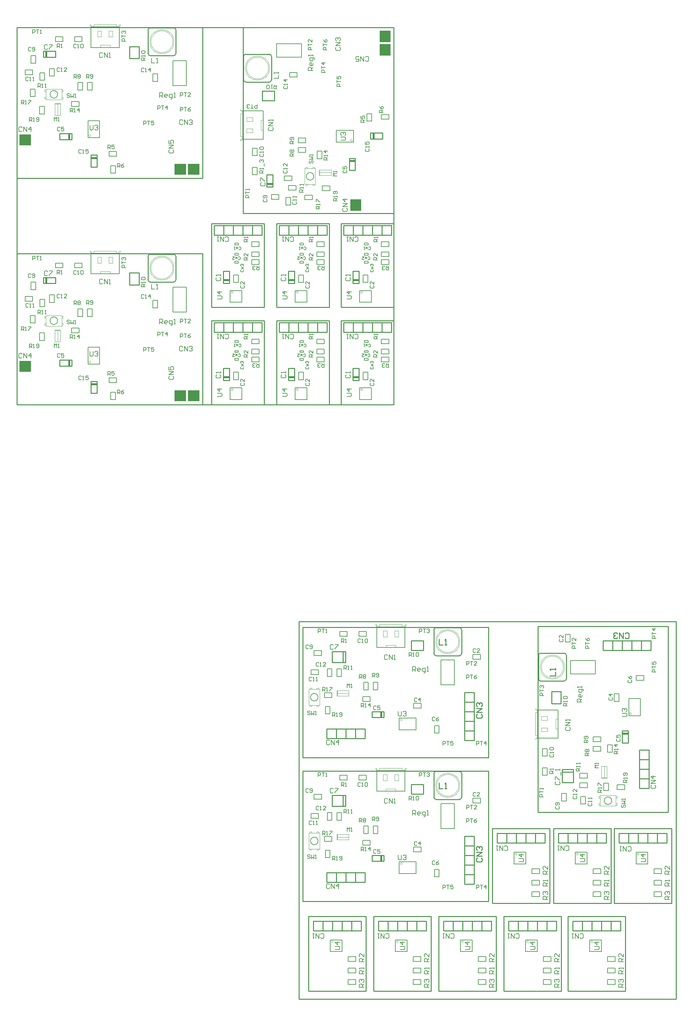
<source format=gto>
%FSLAX25Y25*%
%MOIN*%
G70*
G01*
G75*
%ADD10R,0.06299X0.13386*%
%ADD11R,0.01772X0.06299*%
%ADD12R,0.05512X0.01654*%
%ADD13R,0.04724X0.04724*%
%ADD14R,0.09000X0.15000*%
%ADD15R,0.08465X0.05000*%
%ADD16R,0.05906X0.03937*%
%ADD17R,0.03937X0.05906*%
%ADD18R,0.07874X0.11024*%
%ADD19R,0.05906X0.15748*%
%ADD20R,0.03500X0.05000*%
%ADD21R,0.07874X0.15748*%
%ADD22R,0.06299X0.09449*%
%ADD23R,0.05512X0.07087*%
%ADD24R,0.13386X0.06299*%
%ADD25R,0.06299X0.01772*%
%ADD26R,0.01654X0.05512*%
%ADD27R,0.04724X0.04724*%
%ADD28R,0.15000X0.09000*%
%ADD29R,0.05000X0.08465*%
%ADD30R,0.11024X0.07874*%
%ADD31R,0.15748X0.05906*%
%ADD32R,0.05000X0.03500*%
%ADD33R,0.15748X0.07874*%
%ADD34R,0.09449X0.06299*%
%ADD35R,0.07087X0.05512*%
%ADD36R,0.06600X0.01700*%
%ADD37R,0.15000X0.28000*%
%ADD38R,0.28000X0.15000*%
%ADD39R,0.03300X0.03150*%
%ADD40C,0.02500*%
%ADD41C,0.02000*%
%ADD42C,0.03000*%
%ADD43C,0.01500*%
%ADD44C,0.04000*%
%ADD45C,0.01000*%
%ADD46C,0.01800*%
%ADD47C,0.05000*%
%ADD48R,0.01600X0.04800*%
%ADD49R,0.34200X0.03200*%
%ADD50R,0.04800X0.01600*%
%ADD51R,0.03200X0.34200*%
%ADD52R,0.14413X0.28346*%
%ADD53R,0.28346X0.14413*%
%ADD54R,0.27700X0.02100*%
%ADD55R,0.01900X0.03800*%
%ADD56R,0.35700X0.03400*%
%ADD57R,0.02100X0.27700*%
%ADD58R,0.03800X0.01900*%
%ADD59R,0.03400X0.35700*%
%ADD60R,0.08200X0.15600*%
%ADD61C,0.15800*%
%ADD62R,0.05118X0.07874*%
%ADD63R,0.05512X0.07874*%
%ADD64C,0.07874*%
%ADD65R,0.07874X0.05118*%
%ADD66R,0.07874X0.05512*%
%ADD67C,0.07087*%
%ADD68C,0.05000*%
%ADD69C,0.04000*%
%ADD70C,0.06000*%
%ADD71C,0.03937*%
%ADD72R,0.04724X0.11024*%
%ADD73R,0.09449X0.04724*%
%ADD74R,0.03000X0.10000*%
%ADD75R,0.10000X0.20000*%
%ADD76R,0.06299X0.05512*%
%ADD77R,0.09843X0.14961*%
%ADD78R,0.11024X0.04724*%
%ADD79R,0.04724X0.09449*%
%ADD80R,0.10000X0.03000*%
%ADD81R,0.20000X0.10000*%
%ADD82R,0.05512X0.06299*%
%ADD83R,0.14961X0.09843*%
%ADD84R,0.03150X0.04724*%
%ADD85R,0.26000X0.28400*%
%ADD86R,0.28400X0.26000*%
%ADD87C,0.03500*%
%ADD88R,0.26400X0.28346*%
%ADD89R,0.28346X0.26400*%
%ADD90R,0.21028X0.12517*%
%ADD91R,0.12517X0.21028*%
%ADD92R,0.20200X0.15600*%
%ADD93C,0.00200*%
%ADD94C,0.00591*%
%ADD95C,0.00394*%
%ADD96C,0.00787*%
%ADD97C,0.00500*%
%ADD98C,0.00050*%
%ADD99C,0.00800*%
%ADD100R,0.02300X0.06299*%
%ADD101R,0.06299X0.02300*%
%ADD102R,0.12100X0.11300*%
%ADD103R,0.06299X0.02100*%
%ADD104R,0.11300X0.12100*%
%ADD105R,0.02100X0.06299*%
D45*
X435466Y-259605D02*
G03*
X437828Y-261967I2362J0D01*
G01*
X462238Y-261967D02*
G03*
X464600Y-259605I0J2362D01*
G01*
Y-235195D02*
G03*
X462238Y-232833I-2362J0D01*
G01*
X437828Y-232833D02*
G03*
X435466Y-235195I0J-2362D01*
G01*
X435466Y-409605D02*
G03*
X437828Y-411967I2362J0D01*
G01*
X462238Y-411967D02*
G03*
X464600Y-409605I0J2362D01*
G01*
Y-385195D02*
G03*
X462238Y-382833I-2362J0D01*
G01*
X437828Y-382833D02*
G03*
X435466Y-385195I0J-2362D01*
G01*
X571605Y-288534D02*
G03*
X573967Y-286172I0J2362D01*
G01*
X573967Y-261762D02*
G03*
X571605Y-259400I-2362J0D01*
G01*
X547195D02*
G03*
X544833Y-261762I0J-2362D01*
G01*
X544833Y-286172D02*
G03*
X547195Y-288534I2362J0D01*
G01*
X136866Y366495D02*
G03*
X139228Y364133I2362J0D01*
G01*
X163638Y364133D02*
G03*
X166000Y366495I0J2362D01*
G01*
Y390905D02*
G03*
X163638Y393267I-2362J0D01*
G01*
X139228Y393267D02*
G03*
X136866Y390905I0J-2362D01*
G01*
X136866Y130195D02*
G03*
X139228Y127833I2362J0D01*
G01*
X163638Y127833D02*
G03*
X166000Y130195I0J2362D01*
G01*
Y154605D02*
G03*
X163638Y156967I-2362J0D01*
G01*
X139228Y156967D02*
G03*
X136866Y154605I0J-2362D01*
G01*
X263505Y336566D02*
G03*
X265867Y338928I0J2362D01*
G01*
X265867Y363338D02*
G03*
X263505Y365700I-2362J0D01*
G01*
X239095D02*
G03*
X236733Y363338I0J-2362D01*
G01*
X236733Y338928D02*
G03*
X239095Y336566I2362J0D01*
G01*
X411906Y-246500D02*
X424505D01*
X411906Y-256343D02*
Y-246500D01*
Y-256343D02*
X424505D01*
Y-246500D01*
X437828Y-261967D02*
X462238D01*
X464600Y-259605D02*
Y-235195D01*
X437828Y-232833D02*
X462238D01*
X435466Y-259605D02*
Y-235195D01*
X323600Y-338400D02*
X363600D01*
Y-348400D02*
Y-338400D01*
X323600Y-348400D02*
X363600D01*
X323600D02*
Y-338400D01*
X333600Y-348400D02*
Y-338400D01*
X343600Y-348400D02*
Y-338400D01*
X353600Y-348300D02*
Y-338400D01*
Y-348300D02*
X353700Y-348400D01*
X477500Y-320400D02*
X477600Y-320300D01*
X467600Y-320400D02*
X477500D01*
X467600Y-330400D02*
X477600D01*
X467600Y-340400D02*
X477600D01*
X467600Y-350400D02*
X477600D01*
Y-300400D01*
X467600D02*
X477600D01*
X467600Y-350400D02*
Y-300400D01*
Y-310400D02*
X477600D01*
X340494Y-269100D02*
Y-257783D01*
X329414Y-269100D02*
Y-257683D01*
X343194D01*
Y-269100D02*
Y-257683D01*
X329414Y-269100D02*
X343194D01*
X370820Y-326600D02*
Y-320301D01*
X383419D01*
Y-326600D02*
Y-320301D01*
X370820Y-326600D02*
X383419D01*
X370820Y-476600D02*
Y-470301D01*
X383419D01*
Y-476600D02*
Y-470301D01*
X370820Y-476600D02*
X383419D01*
X340494Y-419100D02*
Y-407783D01*
X329414Y-419100D02*
Y-407683D01*
X343194D01*
Y-419100D02*
Y-407683D01*
X329414Y-419100D02*
X343194D01*
X477500Y-470400D02*
X477600Y-470300D01*
X467600Y-470400D02*
X477500D01*
X467600Y-480400D02*
X477600D01*
X467600Y-490400D02*
X477600D01*
X467600Y-500400D02*
X477600D01*
Y-450400D01*
X467600D02*
X477600D01*
X467600Y-500400D02*
Y-450400D01*
Y-460400D02*
X477600D01*
X323600Y-488400D02*
X363600D01*
Y-498400D02*
Y-488400D01*
X323600Y-498400D02*
X363600D01*
X323600D02*
Y-488400D01*
X333600Y-498400D02*
Y-488400D01*
X343600Y-498400D02*
Y-488400D01*
X353600Y-498300D02*
Y-488400D01*
Y-498300D02*
X353700Y-498400D01*
X437828Y-411967D02*
X462238D01*
X464600Y-409605D02*
Y-385195D01*
X437828Y-382833D02*
X462238D01*
X435466Y-409605D02*
Y-385195D01*
X411906Y-396500D02*
X424505D01*
X411906Y-406343D02*
Y-396500D01*
Y-406343D02*
X424505D01*
Y-396500D01*
X558500Y-312094D02*
Y-299495D01*
Y-312094D02*
X568342D01*
Y-299495D01*
X558500D02*
X568342D01*
X573967Y-286172D02*
Y-261762D01*
X547195Y-259400D02*
X571605D01*
X544833Y-286172D02*
Y-261762D01*
X547195Y-288534D02*
X571605D01*
X650400Y-400400D02*
Y-360400D01*
X660400D01*
Y-400400D02*
Y-360400D01*
X650400Y-400400D02*
X660400D01*
X650400Y-390400D02*
X660400D01*
X650400Y-380400D02*
X660400D01*
X650400Y-370400D02*
X660300D01*
X660400Y-370300D01*
X632300Y-246400D02*
X632400Y-246500D01*
Y-256400D02*
Y-246500D01*
X642400Y-256400D02*
Y-246400D01*
X652400Y-256400D02*
Y-246400D01*
X662400Y-256400D02*
Y-246400D01*
X612400D02*
X662400D01*
X612400Y-256400D02*
Y-246400D01*
Y-256400D02*
X662400D01*
X622400D02*
Y-246400D01*
X569783Y-383506D02*
X581100D01*
X569683Y-394586D02*
X581100D01*
X569683D02*
Y-380806D01*
X581100D01*
Y-394586D02*
Y-380806D01*
X632301Y-353180D02*
X638600D01*
X632301D02*
Y-340581D01*
X638600D01*
Y-353180D02*
Y-340581D01*
X319500Y-549000D02*
Y-539000D01*
X309500Y-549000D02*
X359500D01*
X309500D02*
Y-539000D01*
X359500D01*
Y-549000D02*
Y-539000D01*
X349500Y-549000D02*
Y-539000D01*
X339500Y-549000D02*
Y-539000D01*
X329500Y-549000D02*
Y-539100D01*
X329400Y-539000D02*
X329500Y-539100D01*
X387500Y-549000D02*
Y-539000D01*
X377500Y-549000D02*
X427500D01*
X377500D02*
Y-539000D01*
X427500D01*
Y-549000D02*
Y-539000D01*
X417500Y-549000D02*
Y-539000D01*
X407500Y-549000D02*
Y-539000D01*
X397500Y-549000D02*
Y-539100D01*
X397400Y-539000D02*
X397500Y-539100D01*
X523500Y-549000D02*
Y-539000D01*
X513500Y-549000D02*
X563500D01*
X513500D02*
Y-539000D01*
X563500D01*
Y-549000D02*
Y-539000D01*
X553500Y-549000D02*
Y-539000D01*
X543500Y-549000D02*
Y-539000D01*
X533500Y-549000D02*
Y-539100D01*
X533400Y-539000D02*
X533500Y-539100D01*
X455500Y-549000D02*
Y-539000D01*
X445500Y-549000D02*
X495500D01*
X445500D02*
Y-539000D01*
X495500D01*
Y-549000D02*
Y-539000D01*
X485500Y-549000D02*
Y-539000D01*
X475500Y-549000D02*
Y-539000D01*
X465500Y-549000D02*
Y-539100D01*
X465400Y-539000D02*
X465500Y-539100D01*
X590500Y-549000D02*
Y-539000D01*
X580500Y-549000D02*
X630500D01*
X580500D02*
Y-539000D01*
X630500D01*
Y-549000D02*
Y-539000D01*
X620500Y-549000D02*
Y-539000D01*
X610500Y-549000D02*
Y-539000D01*
X600500Y-549000D02*
Y-539100D01*
X600400Y-539000D02*
X600500Y-539100D01*
X639000Y-457500D02*
Y-447500D01*
X629000Y-457500D02*
X679000D01*
X629000D02*
Y-447500D01*
X679000D01*
Y-457500D02*
Y-447500D01*
X669000Y-457500D02*
Y-447500D01*
X659000Y-457500D02*
Y-447500D01*
X649000Y-457500D02*
Y-447600D01*
X648900Y-447500D02*
X649000Y-447600D01*
X511500Y-457500D02*
Y-447500D01*
X501500Y-457500D02*
X551500D01*
X501500D02*
Y-447500D01*
X551500D01*
Y-457500D02*
Y-447500D01*
X541500Y-457500D02*
Y-447500D01*
X531500Y-457500D02*
Y-447500D01*
X521500Y-457500D02*
Y-447600D01*
X521400Y-447500D02*
X521500Y-447600D01*
X575500Y-457500D02*
Y-447500D01*
X565500Y-457500D02*
X615500D01*
X565500D02*
Y-447500D01*
X615500D01*
Y-457500D02*
Y-447500D01*
X605500Y-457500D02*
Y-447500D01*
X595500Y-457500D02*
Y-447500D01*
X585500Y-457500D02*
Y-447600D01*
X585400Y-447500D02*
X585500Y-447600D01*
X117600Y361106D02*
Y373705D01*
Y361106D02*
X127443D01*
Y373705D01*
X117600D02*
X127443D01*
X139228Y364133D02*
X163638D01*
X166000Y366495D02*
Y390905D01*
X139228Y393267D02*
X163638D01*
X136866Y366495D02*
Y390905D01*
X77401Y248021D02*
X83700D01*
X77401D02*
Y260619D01*
X83700D01*
Y248021D02*
Y260619D01*
X27681Y369000D02*
X40279D01*
X27681Y362701D02*
Y369000D01*
Y362701D02*
X40279D01*
Y369000D01*
X44721Y276600D02*
Y282899D01*
X57319D01*
Y276600D02*
Y282899D01*
X44721Y276600D02*
X57319D01*
X117600Y124806D02*
Y137405D01*
Y124806D02*
X127443D01*
Y137405D01*
X117600D02*
X127443D01*
X139228Y127833D02*
X163638D01*
X166000Y130195D02*
Y154605D01*
X139228Y156967D02*
X163638D01*
X136866Y130195D02*
Y154605D01*
X77401Y11721D02*
X83700D01*
X77401D02*
Y24319D01*
X83700D01*
Y11721D02*
Y24319D01*
X27681Y132700D02*
X40279D01*
X27681Y126401D02*
Y132700D01*
Y126401D02*
X40279D01*
Y132700D01*
X44721Y40300D02*
Y46599D01*
X57319D01*
Y40300D02*
Y46599D01*
X44721Y40300D02*
X57319D01*
X256295Y317300D02*
X268894D01*
Y327143D01*
X256295D02*
X268894D01*
X256295Y317300D02*
Y327143D01*
X265867Y338928D02*
Y363338D01*
X239095Y365700D02*
X263505D01*
X236733Y338928D02*
Y363338D01*
X239095Y336566D02*
X263505D01*
X381979Y277101D02*
Y283400D01*
X369381Y277101D02*
X381979D01*
X369381D02*
Y283400D01*
X381979D01*
X261000Y227381D02*
Y239980D01*
Y227381D02*
X267299D01*
Y239980D01*
X261000D02*
X267299D01*
X347101Y244421D02*
X353400D01*
X347101D02*
Y257019D01*
X353400D01*
Y244421D02*
Y257019D01*
X351000Y37780D02*
X357299D01*
Y25181D02*
Y37780D01*
X351000Y25181D02*
X357299D01*
X351000D02*
Y37780D01*
X361200Y75500D02*
Y85400D01*
X371200Y75500D02*
Y85500D01*
X381200Y75500D02*
Y85500D01*
X391200Y75500D02*
Y85500D01*
X341200D02*
X391200D01*
X341200Y75500D02*
Y85500D01*
Y75500D02*
X391200D01*
X351200D02*
Y85500D01*
X283600Y37780D02*
X289899D01*
Y25181D02*
Y37780D01*
X283600Y25181D02*
X289899D01*
X283600D02*
Y37780D01*
X293800Y75500D02*
Y85400D01*
X303800Y75500D02*
Y85500D01*
X313800Y75500D02*
Y85500D01*
X323800Y75500D02*
Y85500D01*
X273800D02*
X323800D01*
X273800Y75500D02*
Y85500D01*
Y75500D02*
X323800D01*
X283800D02*
Y85500D01*
X215600Y37780D02*
X221899D01*
Y25181D02*
Y37780D01*
X215600Y25181D02*
X221899D01*
X215600D02*
Y37780D01*
X225800Y75500D02*
Y85400D01*
X235800Y75500D02*
Y85500D01*
X245800Y75500D02*
Y85500D01*
X255800Y75500D02*
Y85500D01*
X205800D02*
X255800D01*
X205800Y75500D02*
Y85500D01*
Y75500D02*
X255800D01*
X215800D02*
Y85500D01*
X225800Y177000D02*
Y186900D01*
X235800Y177000D02*
Y187000D01*
X245800Y177000D02*
Y187000D01*
X255800Y177000D02*
Y187000D01*
X205800D02*
X255800D01*
X205800Y177000D02*
Y187000D01*
Y177000D02*
X255800D01*
X215800D02*
Y187000D01*
X215600Y139279D02*
X221899D01*
Y126681D02*
Y139279D01*
X215600Y126681D02*
X221899D01*
X215600D02*
Y139279D01*
X293800Y177000D02*
Y186900D01*
X303800Y177000D02*
Y187000D01*
X313800Y177000D02*
Y187000D01*
X323800Y177000D02*
Y187000D01*
X273800D02*
X323800D01*
X273800Y177000D02*
Y187000D01*
Y177000D02*
X323800D01*
X283800D02*
Y187000D01*
X283600Y139279D02*
X289899D01*
Y126681D02*
Y139279D01*
X283600Y126681D02*
X289899D01*
X283600D02*
Y139279D01*
X361200Y177000D02*
Y186900D01*
X371200Y177000D02*
Y187000D01*
X381200Y177000D02*
Y187000D01*
X391200Y177000D02*
Y187000D01*
X341200D02*
X391200D01*
X341200Y177000D02*
Y187000D01*
Y177000D02*
X391200D01*
X351200D02*
Y187000D01*
X351000Y139279D02*
X357299D01*
Y126681D02*
Y139279D01*
X351000Y126681D02*
X357299D01*
X351000D02*
Y139279D01*
X440800Y-244702D02*
Y-250700D01*
X444799D01*
X446798D02*
X448797D01*
X447798D01*
Y-244702D01*
X446798Y-245702D01*
X481002Y-323201D02*
X480002Y-324201D01*
Y-326200D01*
X481002Y-327200D01*
X485000D01*
X486000Y-326200D01*
Y-324201D01*
X485000Y-323201D01*
X486000Y-321202D02*
X480002D01*
X486000Y-317203D01*
X480002D01*
X481002Y-315204D02*
X480002Y-314204D01*
Y-312205D01*
X481002Y-311205D01*
X482001D01*
X483001Y-312205D01*
Y-313205D01*
Y-312205D01*
X484001Y-311205D01*
X485000D01*
X486000Y-312205D01*
Y-314204D01*
X485000Y-315204D01*
X481002Y-473201D02*
X480002Y-474201D01*
Y-476200D01*
X481002Y-477200D01*
X485000D01*
X486000Y-476200D01*
Y-474201D01*
X485000Y-473201D01*
X486000Y-471202D02*
X480002D01*
X486000Y-467203D01*
X480002D01*
X481002Y-465204D02*
X480002Y-464204D01*
Y-462205D01*
X481002Y-461205D01*
X482001D01*
X483001Y-462205D01*
Y-463204D01*
Y-462205D01*
X484001Y-461205D01*
X485000D01*
X486000Y-462205D01*
Y-464204D01*
X485000Y-465204D01*
X440800Y-394702D02*
Y-400700D01*
X444799D01*
X446798D02*
X448797D01*
X447798D01*
Y-394702D01*
X446798Y-395702D01*
X556702Y-283200D02*
X562700D01*
Y-279201D01*
Y-277202D02*
Y-275203D01*
Y-276202D01*
X556702D01*
X557702Y-277202D01*
X635201Y-242998D02*
X636201Y-243998D01*
X638200D01*
X639200Y-242998D01*
Y-239000D01*
X638200Y-238000D01*
X636201D01*
X635201Y-239000D01*
X633202Y-238000D02*
Y-243998D01*
X629203Y-238000D01*
Y-243998D01*
X627204Y-242998D02*
X626204Y-243998D01*
X624205D01*
X623205Y-242998D01*
Y-241999D01*
X624205Y-240999D01*
X625205D01*
X624205D01*
X623205Y-239999D01*
Y-239000D01*
X624205Y-238000D01*
X626204D01*
X627204Y-239000D01*
X294500Y-620500D02*
Y-226500D01*
Y-620500D02*
X688500D01*
Y-226500D01*
X294500D02*
X688500D01*
X492600Y-368400D02*
Y-232400D01*
X298600D02*
X492600D01*
X298600Y-368400D02*
X492600D01*
X298600D02*
Y-232400D01*
Y-518400D02*
Y-382400D01*
Y-518400D02*
X492600D01*
X298600Y-382400D02*
X492600D01*
Y-518400D02*
Y-382400D01*
X544400Y-231400D02*
X680400D01*
X544400Y-425400D02*
Y-231400D01*
X680400Y-425400D02*
Y-231400D01*
X544400Y-425400D02*
X680400D01*
X304500Y-534000D02*
X364500D01*
X304500Y-612000D02*
Y-534000D01*
Y-612000D02*
X364500D01*
Y-534000D01*
X432500Y-612000D02*
Y-534000D01*
X372500Y-612000D02*
X432500D01*
X372500D02*
Y-534000D01*
X432500D01*
X508500D02*
X568500D01*
X508500Y-612000D02*
Y-534000D01*
Y-612000D02*
X568500D01*
Y-534000D01*
X500500Y-612000D02*
Y-534000D01*
X440500Y-612000D02*
X500500D01*
X440500D02*
Y-534000D01*
X500500D01*
X635500Y-612000D02*
Y-534000D01*
X575500Y-612000D02*
X635500D01*
X575500D02*
Y-534000D01*
X635500D01*
X624000Y-442500D02*
X684000D01*
X624000Y-520500D02*
Y-442500D01*
Y-520500D02*
X684000D01*
Y-442500D01*
X496500D02*
X556500D01*
X496500Y-520500D02*
Y-442500D01*
Y-520500D02*
X556500D01*
Y-442500D01*
X620500Y-520500D02*
Y-442500D01*
X560500Y-520500D02*
X620500D01*
X560500D02*
Y-442500D01*
X620500D01*
X0Y0D02*
Y393701D01*
Y0D02*
X393701D01*
Y393701D01*
X0D02*
X393701D01*
X194000Y236300D02*
Y393700D01*
X0D02*
X194000D01*
X0Y236300D02*
X194000D01*
X0D02*
Y393700D01*
X194000Y0D02*
Y157400D01*
X0D02*
X194000D01*
X0Y0D02*
X194000D01*
X0D02*
Y157400D01*
X236300Y393700D02*
X393700D01*
X236300Y199700D02*
Y393700D01*
X393700Y199700D02*
Y393700D01*
X236300Y199700D02*
X393700D01*
X338700Y0D02*
Y87500D01*
Y0D02*
X393700D01*
X338700Y87500D02*
X393700D01*
Y0D02*
Y87500D01*
X271300Y0D02*
Y87500D01*
Y0D02*
X326300D01*
X271300Y87500D02*
X326300D01*
Y0D02*
Y87500D01*
X203300Y0D02*
Y87500D01*
Y0D02*
X258300D01*
X203300Y87500D02*
X258300D01*
Y0D02*
Y87500D01*
Y101500D02*
Y189000D01*
X203300D02*
X258300D01*
X203300Y101500D02*
X258300D01*
X203300D02*
Y189000D01*
X326300Y101500D02*
Y189000D01*
X271300D02*
X326300D01*
X271300Y101500D02*
X326300D01*
X271300D02*
Y189000D01*
X393700Y101500D02*
Y189000D01*
X338700D02*
X393700D01*
X338700Y101500D02*
X393700D01*
X338700D02*
Y189000D01*
D93*
X402487Y-329000D02*
G03*
X402487Y-329000I-1000J0D01*
G01*
Y-479000D02*
G03*
X402487Y-479000I-1000J0D01*
G01*
X642000Y-322513D02*
G03*
X642000Y-322513I-1000J0D01*
G01*
X330387Y-560600D02*
G03*
X330387Y-560600I-1000J0D01*
G01*
X398387D02*
G03*
X398387Y-560600I-1000J0D01*
G01*
X534387D02*
G03*
X534387Y-560600I-1000J0D01*
G01*
X466387D02*
G03*
X466387Y-560600I-1000J0D01*
G01*
X601387D02*
G03*
X601387Y-560600I-1000J0D01*
G01*
X649887Y-469100D02*
G03*
X649887Y-469100I-1000J0D01*
G01*
X522387D02*
G03*
X522387Y-469100I-1000J0D01*
G01*
X586387D02*
G03*
X586387Y-469100I-1000J0D01*
G01*
X77100Y280687D02*
G03*
X77100Y280687I-1000J0D01*
G01*
Y44387D02*
G03*
X77100Y44387I-1000J0D01*
G01*
X350313Y275800D02*
G03*
X350313Y275800I-1000J0D01*
G01*
X361087Y15600D02*
G03*
X361087Y15600I-1000J0D01*
G01*
X293687D02*
G03*
X293687Y15600I-1000J0D01*
G01*
X225687D02*
G03*
X225687Y15600I-1000J0D01*
G01*
Y117100D02*
G03*
X225687Y117100I-1000J0D01*
G01*
X293687D02*
G03*
X293687Y117100I-1000J0D01*
G01*
X361087D02*
G03*
X361087Y117100I-1000J0D01*
G01*
X346639Y-304219D02*
Y-298589D01*
X334139Y-304219D02*
X346639D01*
X334139D02*
Y-298589D01*
X346639D01*
Y-454219D02*
Y-448589D01*
X334139Y-454219D02*
X346639D01*
X334139D02*
Y-448589D01*
X346639D01*
X610589Y-377361D02*
X616219D01*
Y-389861D02*
Y-377361D01*
X610589Y-389861D02*
X616219D01*
X610589D02*
Y-377361D01*
X39681Y301761D02*
X45311D01*
X39681D02*
Y314261D01*
X45311D01*
Y301761D02*
Y314261D01*
X39681Y65461D02*
X45311D01*
X39681D02*
Y77961D01*
X45311D01*
Y65461D02*
Y77961D01*
X328239Y239381D02*
Y245011D01*
X315739Y239381D02*
X328239D01*
X315739D02*
Y245011D01*
X328239D01*
D94*
X314529Y-305400D02*
G03*
X314529Y-305400I-3929J0D01*
G01*
Y-455400D02*
G03*
X314529Y-455400I-3929J0D01*
G01*
X621329Y-413400D02*
G03*
X621329Y-413400I-3929J0D01*
G01*
X42429Y323800D02*
G03*
X42429Y323800I-3929J0D01*
G01*
Y87500D02*
G03*
X42429Y87500I-3929J0D01*
G01*
X310129Y238200D02*
G03*
X310129Y238200I-3929J0D01*
G01*
D95*
X461450Y-247400D02*
G03*
X461450Y-247400I-11417J0D01*
G01*
X462632D02*
G03*
X462632Y-247400I-12598J0D01*
G01*
X461450Y-397400D02*
G03*
X461450Y-397400I-11417J0D01*
G01*
X462632D02*
G03*
X462632Y-397400I-12598J0D01*
G01*
X570817Y-273967D02*
G03*
X570817Y-273967I-11417J0D01*
G01*
X571998D02*
G03*
X571998Y-273967I-12598J0D01*
G01*
X162850Y378700D02*
G03*
X162850Y378700I-11417J0D01*
G01*
X164032D02*
G03*
X164032Y378700I-12598J0D01*
G01*
X162850Y142400D02*
G03*
X162850Y142400I-11417J0D01*
G01*
X164032D02*
G03*
X164032Y142400I-12598J0D01*
G01*
X262717Y351133D02*
G03*
X262717Y351133I-11417J0D01*
G01*
X263898D02*
G03*
X263898Y351133I-12598J0D01*
G01*
X382726Y-242376D02*
X386663D01*
X382726D02*
Y-236077D01*
X386663D01*
Y-242376D02*
Y-236077D01*
X385482Y-253400D02*
Y-251038D01*
X395718D01*
Y-253400D02*
Y-251038D01*
X405364Y-232022D02*
X406742Y-229778D01*
X402411Y-232022D02*
Y-229581D01*
X378789D02*
X402411D01*
X378700Y-232022D02*
Y-229581D01*
X374458Y-229778D02*
X375836Y-232022D01*
X405954Y-229306D02*
X406742Y-229778D01*
X374458D02*
X375246Y-229306D01*
X404300Y-232022D02*
X405954Y-229306D01*
X375246D02*
X377000Y-232022D01*
X398474Y-242376D02*
Y-236077D01*
X394537D02*
X398474D01*
X394537Y-242376D02*
Y-236077D01*
Y-242376D02*
X398474D01*
X313356Y-297132D02*
Y-295951D01*
X315324D01*
Y-297132D02*
Y-295951D01*
X305876Y-297132D02*
Y-295951D01*
X307844D01*
Y-297132D02*
Y-295951D01*
X313356Y-314849D02*
Y-313668D01*
Y-314849D02*
X315324D01*
Y-313668D01*
X307844Y-314849D02*
Y-313668D01*
X305876Y-314849D02*
X307844D01*
X305876D02*
Y-313668D01*
X305088D02*
Y-297132D01*
Y-313668D02*
X316112D01*
Y-297132D01*
X305088D02*
X316112D01*
X313356Y-447132D02*
Y-445951D01*
X315324D01*
Y-447132D02*
Y-445951D01*
X305876Y-447132D02*
Y-445951D01*
X307844D01*
Y-447132D02*
Y-445951D01*
X313356Y-464849D02*
Y-463668D01*
Y-464849D02*
X315324D01*
Y-463668D01*
X307844Y-464849D02*
Y-463668D01*
X305876Y-464849D02*
X307844D01*
X305876D02*
Y-463668D01*
X305088D02*
Y-447132D01*
Y-463668D02*
X316112D01*
Y-447132D01*
X305088D02*
X316112D01*
X382726Y-392376D02*
X386663D01*
X382726D02*
Y-386077D01*
X386663D01*
Y-392376D02*
Y-386077D01*
X385482Y-403400D02*
Y-401038D01*
X395718D01*
Y-403400D02*
Y-401038D01*
X405364Y-382022D02*
X406742Y-379778D01*
X402411Y-382022D02*
Y-379581D01*
X378789D02*
X402411D01*
X378700Y-382022D02*
Y-379581D01*
X374458Y-379778D02*
X375836Y-382022D01*
X405954Y-379306D02*
X406742Y-379778D01*
X374458D02*
X375246Y-379306D01*
X404300Y-382022D02*
X405954Y-379306D01*
X375246D02*
X377000Y-382022D01*
X398474Y-392376D02*
Y-386077D01*
X394537D02*
X398474D01*
X394537Y-392376D02*
Y-386077D01*
Y-392376D02*
X398474D01*
X554376Y-341274D02*
Y-337337D01*
X548077Y-341274D02*
X554376D01*
X548077D02*
Y-337337D01*
X554376D01*
X563038Y-338518D02*
X565400D01*
X563038D02*
Y-328282D01*
X565400D01*
X541778Y-317258D02*
X544022Y-318636D01*
X541581Y-321589D02*
X544022D01*
X541581Y-345211D02*
Y-321589D01*
Y-345300D02*
X544022D01*
X541778Y-349542D02*
X544022Y-348164D01*
X541305Y-318046D02*
X541778Y-317258D01*
X541305Y-348754D02*
X541778Y-349542D01*
X541305Y-318046D02*
X544022Y-319700D01*
X541305Y-348754D02*
X544022Y-347000D01*
X548077Y-325526D02*
X554376D01*
X548077Y-329463D02*
Y-325526D01*
Y-329463D02*
X554376D01*
Y-325526D01*
X607951Y-410644D02*
X609132D01*
X607951D02*
Y-408676D01*
X609132D01*
X607951Y-418124D02*
X609132D01*
X607951D02*
Y-416156D01*
X609132D01*
X625668Y-410644D02*
X626849D01*
Y-408676D01*
X625668D02*
X626849D01*
X625668Y-416156D02*
X626849D01*
Y-418124D02*
Y-416156D01*
X625668Y-418124D02*
X626849D01*
X609132Y-418912D02*
X625668D01*
Y-407888D01*
X609132D02*
X625668D01*
X609132Y-418912D02*
Y-407888D01*
X84126Y383724D02*
X88063D01*
X84126D02*
Y390023D01*
X88063D01*
Y383724D02*
Y390023D01*
X86882Y372700D02*
Y375062D01*
X97118D01*
Y372700D02*
Y375062D01*
X106764Y394078D02*
X108142Y396322D01*
X103811Y394078D02*
Y396519D01*
X80189D02*
X103811D01*
X80100Y394078D02*
Y396519D01*
X75858Y396322D02*
X77236Y394078D01*
X107354Y396795D02*
X108142Y396322D01*
X75858D02*
X76646Y396795D01*
X105700Y394078D02*
X107354Y396795D01*
X76646D02*
X78400Y394078D01*
X99874Y383724D02*
Y390023D01*
X95937D02*
X99874D01*
X95937Y383724D02*
Y390023D01*
Y383724D02*
X99874D01*
X46768Y321044D02*
X47949D01*
Y319076D02*
Y321044D01*
X46768Y319076D02*
X47949D01*
X46768Y328524D02*
X47949D01*
Y326556D02*
Y328524D01*
X46768Y326556D02*
X47949D01*
X29051Y321044D02*
X30232D01*
X29051Y319076D02*
Y321044D01*
Y319076D02*
X30232D01*
X29051Y326556D02*
X30232D01*
X29051D02*
Y328524D01*
X30232D01*
Y329312D02*
X46768D01*
X30232Y318288D02*
Y329312D01*
Y318288D02*
X46768D01*
Y329312D01*
X84126Y147424D02*
X88063D01*
X84126D02*
Y153723D01*
X88063D01*
Y147424D02*
Y153723D01*
X86882Y136400D02*
Y138762D01*
X97118D01*
Y136400D02*
Y138762D01*
X106764Y157778D02*
X108142Y160022D01*
X103811Y157778D02*
Y160219D01*
X80189D02*
X103811D01*
X80100Y157778D02*
Y160219D01*
X75858Y160022D02*
X77236Y157778D01*
X107354Y160494D02*
X108142Y160022D01*
X75858D02*
X76646Y160494D01*
X105700Y157778D02*
X107354Y160494D01*
X76646D02*
X78400Y157778D01*
X99874Y147424D02*
Y153723D01*
X95937D02*
X99874D01*
X95937Y147424D02*
Y153723D01*
Y147424D02*
X99874D01*
X46768Y84744D02*
X47949D01*
Y82776D02*
Y84744D01*
X46768Y82776D02*
X47949D01*
X46768Y92224D02*
X47949D01*
Y90256D02*
Y92224D01*
X46768Y90256D02*
X47949D01*
X29051Y84744D02*
X30232D01*
X29051Y82776D02*
Y84744D01*
Y82776D02*
X30232D01*
X29051Y90256D02*
X30232D01*
X29051D02*
Y92224D01*
X30232D01*
Y93012D02*
X46768D01*
X30232Y81988D02*
Y93012D01*
Y81988D02*
X46768D01*
Y93012D01*
X246276Y283826D02*
Y287763D01*
X239977Y283826D02*
X246276D01*
X239977D02*
Y287763D01*
X246276D01*
X254938Y286582D02*
X257300D01*
X254938D02*
Y296818D01*
X257300D01*
X233678Y307842D02*
X235922Y306464D01*
X233481Y303511D02*
X235922D01*
X233481Y279889D02*
Y303511D01*
Y279800D02*
X235922D01*
X233678Y275558D02*
X235922Y276936D01*
X233206Y307054D02*
X233678Y307842D01*
X233206Y276346D02*
X233678Y275558D01*
X233206Y307054D02*
X235922Y305400D01*
X233206Y276346D02*
X235922Y278100D01*
X239977Y299574D02*
X246276D01*
X239977Y295637D02*
Y299574D01*
Y295637D02*
X246276D01*
Y299574D01*
X308956Y246468D02*
Y247649D01*
X310924D01*
Y246468D02*
Y247649D01*
X301476Y246468D02*
Y247649D01*
X303444D01*
Y246468D02*
Y247649D01*
X308956Y228751D02*
Y229932D01*
Y228751D02*
X310924D01*
Y229932D01*
X303444Y228751D02*
Y229932D01*
X301476Y228751D02*
X303444D01*
X301476D02*
Y229932D01*
X300688D02*
Y246468D01*
Y229932D02*
X311712D01*
Y246468D01*
X300688D02*
X311712D01*
D96*
X375836Y-232022D02*
X405364D01*
Y-253400D02*
Y-232022D01*
X375836Y-253400D02*
Y-232022D01*
Y-253400D02*
X405364D01*
X456891Y-292392D02*
Y-266408D01*
X442915D02*
X456891D01*
X442915Y-292392D02*
Y-266408D01*
Y-292392D02*
X456891D01*
Y-442392D02*
Y-416408D01*
X442915D02*
X456891D01*
X442915Y-442392D02*
Y-416408D01*
Y-442392D02*
X456891D01*
X375836Y-382022D02*
X405364D01*
Y-403400D02*
Y-382022D01*
X375836Y-403400D02*
Y-382022D01*
Y-403400D02*
X405364D01*
X544022Y-348164D02*
Y-318636D01*
X565400D01*
X544022Y-348164D02*
X565400D01*
Y-318636D01*
X578408Y-267109D02*
X604392D01*
X578408Y-281085D02*
Y-267109D01*
Y-281085D02*
X604392D01*
Y-267109D01*
X162815Y332808D02*
X176791D01*
X162815D02*
Y358792D01*
X176791D01*
Y332808D02*
Y358792D01*
X77236Y394078D02*
X106764D01*
Y372700D02*
Y394078D01*
X77236Y372700D02*
Y394078D01*
Y372700D02*
X106764D01*
X162815Y96508D02*
X176791D01*
X162815D02*
Y122492D01*
X176791D01*
Y96508D02*
Y122492D01*
X77236Y157778D02*
X106764D01*
Y136400D02*
Y157778D01*
X77236Y136400D02*
Y157778D01*
Y136400D02*
X106764D01*
X297192Y362515D02*
Y376491D01*
X271208Y362515D02*
X297192D01*
X271208D02*
Y376491D01*
X297192D01*
X235922Y276936D02*
Y306464D01*
X257300D01*
X235922Y276936D02*
X257300D01*
Y306464D01*
D97*
X417072Y-339300D02*
Y-327100D01*
X399356Y-339300D02*
X417072D01*
X399356Y-327100D02*
X417072D01*
X399356Y-339300D02*
Y-327100D01*
X322139Y-322900D02*
X327061D01*
X322139D02*
Y-315026D01*
X327061D01*
Y-322900D02*
Y-315026D01*
X321100Y-305861D02*
Y-300939D01*
X328974D01*
Y-305861D02*
Y-300939D01*
X321100Y-305861D02*
X328974D01*
X361100Y-309861D02*
Y-304939D01*
X368974D01*
Y-309861D02*
Y-304939D01*
X361100Y-309861D02*
X368974D01*
X334139Y-275900D02*
X339061D01*
Y-283774D02*
Y-275900D01*
X334139Y-283774D02*
X339061D01*
X334139D02*
Y-275900D01*
X372139Y-289900D02*
X377061D01*
Y-297774D02*
Y-289900D01*
X372139Y-297774D02*
X377061D01*
X372139D02*
Y-289900D01*
X362139D02*
X367061D01*
Y-297774D02*
Y-289900D01*
X362139Y-297774D02*
X367061D01*
X362139D02*
Y-289900D01*
X337100Y-241861D02*
Y-236939D01*
X344974D01*
Y-241861D02*
Y-236939D01*
X337100Y-241861D02*
X344974D01*
X324139Y-275900D02*
X329061D01*
Y-283774D02*
Y-275900D01*
X324139Y-283774D02*
X329061D01*
X324139D02*
Y-275900D01*
X307100Y-281861D02*
Y-276939D01*
X314974D01*
Y-281861D02*
Y-276939D01*
X307100Y-281861D02*
X314974D01*
X357100Y-241861D02*
Y-236939D01*
X364974D01*
Y-241861D02*
Y-236939D01*
X357100Y-241861D02*
X364974D01*
X318100Y-261861D02*
Y-256939D01*
X310226Y-261861D02*
X318100D01*
X310226D02*
Y-256939D01*
X318100D01*
X436139Y-342900D02*
X441061D01*
X436139D02*
Y-335026D01*
X441061D01*
Y-342900D02*
Y-335026D01*
X422100Y-316861D02*
Y-311939D01*
X414226Y-316861D02*
X422100D01*
X414226D02*
Y-311939D01*
X422100D01*
X484100Y-265861D02*
Y-260939D01*
X476226Y-265861D02*
X484100D01*
X476226D02*
Y-260939D01*
X484100D01*
Y-415861D02*
Y-410939D01*
X476226Y-415861D02*
X484100D01*
X476226D02*
Y-410939D01*
X484100D01*
X422100Y-466861D02*
Y-461939D01*
X414226Y-466861D02*
X422100D01*
X414226D02*
Y-461939D01*
X422100D01*
X436139Y-492900D02*
X441061D01*
X436139D02*
Y-485026D01*
X441061D01*
Y-492900D02*
Y-485026D01*
X318100Y-411861D02*
Y-406939D01*
X310226Y-411861D02*
X318100D01*
X310226D02*
Y-406939D01*
X318100D01*
X357100Y-391861D02*
Y-386939D01*
X364974D01*
Y-391861D02*
Y-386939D01*
X357100Y-391861D02*
X364974D01*
X307100Y-431861D02*
Y-426939D01*
X314974D01*
Y-431861D02*
Y-426939D01*
X307100Y-431861D02*
X314974D01*
X324139Y-425900D02*
X329061D01*
Y-433774D02*
Y-425900D01*
X324139Y-433774D02*
X329061D01*
X324139D02*
Y-425900D01*
X337100Y-391861D02*
Y-386939D01*
X344974D01*
Y-391861D02*
Y-386939D01*
X337100Y-391861D02*
X344974D01*
X362139Y-439900D02*
X367061D01*
Y-447774D02*
Y-439900D01*
X362139Y-447774D02*
X367061D01*
X362139D02*
Y-439900D01*
X372139D02*
X377061D01*
Y-447774D02*
Y-439900D01*
X372139Y-447774D02*
X377061D01*
X372139D02*
Y-439900D01*
X334139Y-425900D02*
X339061D01*
Y-433774D02*
Y-425900D01*
X334139Y-433774D02*
X339061D01*
X334139D02*
Y-425900D01*
X361100Y-459861D02*
Y-454939D01*
X368974D01*
Y-459861D02*
Y-454939D01*
X361100Y-459861D02*
X368974D01*
X321100Y-455861D02*
Y-450939D01*
X328974D01*
Y-455861D02*
Y-450939D01*
X321100Y-455861D02*
X328974D01*
X322139Y-472900D02*
X327061D01*
X322139D02*
Y-465026D01*
X327061D01*
Y-472900D02*
Y-465026D01*
X417072Y-489300D02*
Y-477100D01*
X399356Y-489300D02*
X417072D01*
X399356Y-477100D02*
X417072D01*
X399356Y-489300D02*
Y-477100D01*
X639100Y-306928D02*
X651300D01*
Y-324644D02*
Y-306928D01*
X639100Y-324644D02*
Y-306928D01*
Y-324644D02*
X651300D01*
X634900Y-401861D02*
Y-396939D01*
X627026Y-401861D02*
X634900D01*
X627026D02*
Y-396939D01*
X634900D01*
X612939Y-402900D02*
X617861D01*
X612939D02*
Y-395026D01*
X617861D01*
Y-402900D02*
Y-395026D01*
X616939Y-362900D02*
X621861D01*
X616939D02*
Y-355026D01*
X621861D01*
Y-362900D02*
Y-355026D01*
X587900Y-389861D02*
Y-384939D01*
X595774D01*
Y-389861D02*
Y-384939D01*
X587900Y-389861D02*
X595774D01*
X601900Y-351861D02*
Y-346939D01*
X609774D01*
Y-351861D02*
Y-346939D01*
X601900Y-351861D02*
X609774D01*
X601900Y-361861D02*
Y-356939D01*
X609774D01*
Y-361861D02*
Y-356939D01*
X601900Y-361861D02*
X609774D01*
X548939Y-386900D02*
X553861D01*
X548939D02*
Y-379026D01*
X553861D01*
Y-386900D02*
Y-379026D01*
X587900Y-399861D02*
Y-394939D01*
X595774D01*
Y-399861D02*
Y-394939D01*
X587900Y-399861D02*
X595774D01*
X588939Y-416900D02*
X593861D01*
X588939D02*
Y-409026D01*
X593861D01*
Y-416900D02*
Y-409026D01*
X548939Y-366900D02*
X553861D01*
X548939D02*
Y-359026D01*
X553861D01*
Y-366900D02*
Y-359026D01*
X568939Y-405900D02*
X573861D01*
Y-413774D02*
Y-405900D01*
X568939Y-413774D02*
X573861D01*
X568939D02*
Y-405900D01*
X654900Y-287861D02*
Y-282939D01*
X647026Y-287861D02*
X654900D01*
X647026D02*
Y-282939D01*
X654900D01*
X623939Y-301900D02*
X628861D01*
Y-309774D02*
Y-301900D01*
X623939Y-309774D02*
X628861D01*
X623939D02*
Y-301900D01*
X572939Y-239900D02*
X577861D01*
Y-247774D02*
Y-239900D01*
X572939Y-247774D02*
X577861D01*
X572939D02*
Y-239900D01*
X339587Y-570900D02*
Y-558700D01*
X327387Y-570900D02*
X339587D01*
X327387Y-558700D02*
X339587D01*
X327387Y-570900D02*
Y-558700D01*
X346000Y-604961D02*
Y-600039D01*
X353874D01*
Y-604961D02*
Y-600039D01*
X346000Y-604961D02*
X353874D01*
X346000Y-580961D02*
Y-576039D01*
X353874D01*
Y-580961D02*
Y-576039D01*
X346000Y-580961D02*
X353874D01*
X346000Y-592961D02*
Y-588039D01*
X353874D01*
Y-592961D02*
Y-588039D01*
X346000Y-592961D02*
X353874D01*
X414000D02*
Y-588039D01*
X421874D01*
Y-592961D02*
Y-588039D01*
X414000Y-592961D02*
X421874D01*
X414000Y-580961D02*
Y-576039D01*
X421874D01*
Y-580961D02*
Y-576039D01*
X414000Y-580961D02*
X421874D01*
X414000Y-604961D02*
Y-600039D01*
X421874D01*
Y-604961D02*
Y-600039D01*
X414000Y-604961D02*
X421874D01*
X407587Y-570900D02*
Y-558700D01*
X395387Y-570900D02*
X407587D01*
X395387Y-558700D02*
X407587D01*
X395387Y-570900D02*
Y-558700D01*
X543587Y-570900D02*
Y-558700D01*
X531387Y-570900D02*
X543587D01*
X531387Y-558700D02*
X543587D01*
X531387Y-570900D02*
Y-558700D01*
X550000Y-604961D02*
Y-600039D01*
X557874D01*
Y-604961D02*
Y-600039D01*
X550000Y-604961D02*
X557874D01*
X550000Y-580961D02*
Y-576039D01*
X557874D01*
Y-580961D02*
Y-576039D01*
X550000Y-580961D02*
X557874D01*
X550000Y-592961D02*
Y-588039D01*
X557874D01*
Y-592961D02*
Y-588039D01*
X550000Y-592961D02*
X557874D01*
X482000D02*
Y-588039D01*
X489874D01*
Y-592961D02*
Y-588039D01*
X482000Y-592961D02*
X489874D01*
X482000Y-580961D02*
Y-576039D01*
X489874D01*
Y-580961D02*
Y-576039D01*
X482000Y-580961D02*
X489874D01*
X482000Y-604961D02*
Y-600039D01*
X489874D01*
Y-604961D02*
Y-600039D01*
X482000Y-604961D02*
X489874D01*
X475587Y-570900D02*
Y-558700D01*
X463387Y-570900D02*
X475587D01*
X463387Y-558700D02*
X475587D01*
X463387Y-570900D02*
Y-558700D01*
X617000Y-592961D02*
Y-588039D01*
X624874D01*
Y-592961D02*
Y-588039D01*
X617000Y-592961D02*
X624874D01*
X617000Y-580961D02*
Y-576039D01*
X624874D01*
Y-580961D02*
Y-576039D01*
X617000Y-580961D02*
X624874D01*
X617000Y-604961D02*
Y-600039D01*
X624874D01*
Y-604961D02*
Y-600039D01*
X617000Y-604961D02*
X624874D01*
X610587Y-570900D02*
Y-558700D01*
X598387Y-570900D02*
X610587D01*
X598387Y-558700D02*
X610587D01*
X598387Y-570900D02*
Y-558700D01*
X659087Y-479400D02*
Y-467200D01*
X646887Y-479400D02*
X659087D01*
X646887Y-467200D02*
X659087D01*
X646887Y-479400D02*
Y-467200D01*
X665500Y-513461D02*
Y-508539D01*
X673374D01*
Y-513461D02*
Y-508539D01*
X665500Y-513461D02*
X673374D01*
X665500Y-489461D02*
Y-484539D01*
X673374D01*
Y-489461D02*
Y-484539D01*
X665500Y-489461D02*
X673374D01*
X665500Y-501461D02*
Y-496539D01*
X673374D01*
Y-501461D02*
Y-496539D01*
X665500Y-501461D02*
X673374D01*
X531587Y-479400D02*
Y-467200D01*
X519387Y-479400D02*
X531587D01*
X519387Y-467200D02*
X531587D01*
X519387Y-479400D02*
Y-467200D01*
X538000Y-513461D02*
Y-508539D01*
X545874D01*
Y-513461D02*
Y-508539D01*
X538000Y-513461D02*
X545874D01*
X538000Y-489461D02*
Y-484539D01*
X545874D01*
Y-489461D02*
Y-484539D01*
X538000Y-489461D02*
X545874D01*
X538000Y-501461D02*
Y-496539D01*
X545874D01*
Y-501461D02*
Y-496539D01*
X538000Y-501461D02*
X545874D01*
X602000D02*
Y-496539D01*
X609874D01*
Y-501461D02*
Y-496539D01*
X602000Y-501461D02*
X609874D01*
X602000Y-489461D02*
Y-484539D01*
X609874D01*
Y-489461D02*
Y-484539D01*
X602000Y-489461D02*
X609874D01*
X602000Y-513461D02*
Y-508539D01*
X609874D01*
Y-513461D02*
Y-508539D01*
X602000Y-513461D02*
X609874D01*
X595587Y-479400D02*
Y-467200D01*
X583387Y-479400D02*
X595587D01*
X583387Y-467200D02*
X595587D01*
X583387Y-479400D02*
Y-467200D01*
X146961Y337300D02*
Y345174D01*
X142039D02*
X146961D01*
X142039Y337300D02*
Y345174D01*
Y337300D02*
X146961D01*
X74200Y296272D02*
X86400D01*
Y278556D02*
Y296272D01*
X74200Y278556D02*
Y296272D01*
Y278556D02*
X86400D01*
X23539Y303200D02*
X28461D01*
X23539D02*
Y311074D01*
X28461D01*
Y303200D02*
Y311074D01*
X14039Y329300D02*
X18961D01*
Y321426D02*
Y329300D01*
X14039Y321426D02*
X18961D01*
X14039D02*
Y329300D01*
X57000Y311339D02*
Y316261D01*
X64874D01*
Y311339D02*
Y316261D01*
X57000Y311339D02*
X64874D01*
X24039Y346300D02*
X28961D01*
Y338426D02*
Y346300D01*
X24039Y338426D02*
X28961D01*
X24039D02*
Y346300D01*
X73539Y336200D02*
X78461D01*
Y328326D02*
Y336200D01*
X73539Y328326D02*
X78461D01*
X73539D02*
Y336200D01*
X63539D02*
X68461D01*
Y328326D02*
Y336200D01*
X63539Y328326D02*
X68461D01*
X63539D02*
Y336200D01*
X98039Y249300D02*
X102961D01*
Y241426D02*
Y249300D01*
X98039Y241426D02*
X102961D01*
X98039D02*
Y249300D01*
X104000Y259339D02*
Y264261D01*
X96126Y259339D02*
X104000D01*
X96126D02*
Y264261D01*
X104000D01*
X40100Y379039D02*
Y383961D01*
X47974D01*
Y379039D02*
Y383961D01*
X40100Y379039D02*
X47974D01*
X34039Y350700D02*
X38961D01*
Y342826D02*
Y350700D01*
X34039Y342826D02*
X38961D01*
X34039D02*
Y350700D01*
X8500Y344239D02*
Y349161D01*
X16374D01*
Y344239D02*
Y349161D01*
X8500Y344239D02*
X16374D01*
X60100Y379039D02*
Y383961D01*
X67974D01*
Y379039D02*
Y383961D01*
X60100Y379039D02*
X67974D01*
X14539Y356300D02*
X19461D01*
X14539D02*
Y364174D01*
X19461D01*
Y356300D02*
Y364174D01*
X146961Y101000D02*
Y108874D01*
X142039D02*
X146961D01*
X142039Y101000D02*
Y108874D01*
Y101000D02*
X146961D01*
X74200Y59972D02*
X86400D01*
Y42256D02*
Y59972D01*
X74200Y42256D02*
Y59972D01*
Y42256D02*
X86400D01*
X23539Y66900D02*
X28461D01*
X23539D02*
Y74774D01*
X28461D01*
Y66900D02*
Y74774D01*
X14039Y93000D02*
X18961D01*
Y85126D02*
Y93000D01*
X14039Y85126D02*
X18961D01*
X14039D02*
Y93000D01*
X57000Y75039D02*
Y79961D01*
X64874D01*
Y75039D02*
Y79961D01*
X57000Y75039D02*
X64874D01*
X24039Y110000D02*
X28961D01*
Y102126D02*
Y110000D01*
X24039Y102126D02*
X28961D01*
X24039D02*
Y110000D01*
X73539Y99900D02*
X78461D01*
Y92026D02*
Y99900D01*
X73539Y92026D02*
X78461D01*
X73539D02*
Y99900D01*
X63539D02*
X68461D01*
Y92026D02*
Y99900D01*
X63539Y92026D02*
X68461D01*
X63539D02*
Y99900D01*
X98039Y13000D02*
X102961D01*
Y5126D02*
Y13000D01*
X98039Y5126D02*
X102961D01*
X98039D02*
Y13000D01*
X104000Y23039D02*
Y27961D01*
X96126Y23039D02*
X104000D01*
X96126D02*
Y27961D01*
X104000D01*
X40100Y142739D02*
Y147661D01*
X47974D01*
Y142739D02*
Y147661D01*
X40100Y142739D02*
X47974D01*
X34039Y114400D02*
X38961D01*
Y106526D02*
Y114400D01*
X34039Y106526D02*
X38961D01*
X34039D02*
Y114400D01*
X8500Y107939D02*
Y112861D01*
X16374D01*
Y107939D02*
Y112861D01*
X8500Y107939D02*
X16374D01*
X60100Y142739D02*
Y147661D01*
X67974D01*
Y142739D02*
Y147661D01*
X60100Y142739D02*
X67974D01*
X14539Y120000D02*
X19461D01*
X14539D02*
Y127874D01*
X19461D01*
Y120000D02*
Y127874D01*
X284826Y346661D02*
X292700D01*
X284826Y341739D02*
Y346661D01*
Y341739D02*
X292700D01*
Y346661D01*
X333728Y273900D02*
Y286100D01*
X351444D01*
X333728Y273900D02*
X351444D01*
Y286100D01*
X326800Y223239D02*
Y228161D01*
X318926Y223239D02*
X326800D01*
X318926D02*
Y228161D01*
X326800D01*
X300700Y213739D02*
Y218661D01*
X308574D01*
Y213739D02*
Y218661D01*
X300700Y213739D02*
X308574D01*
X313739Y256700D02*
X318661D01*
X313739D02*
Y264574D01*
X318661D01*
Y256700D02*
Y264574D01*
X283700Y223739D02*
Y228661D01*
X291574D01*
Y223739D02*
Y228661D01*
X283700Y223739D02*
X291574D01*
X293800Y273239D02*
Y278161D01*
X301674D01*
Y273239D02*
Y278161D01*
X293800Y273239D02*
X301674D01*
X293800Y263239D02*
Y268161D01*
X301674D01*
Y263239D02*
Y268161D01*
X293800Y263239D02*
X301674D01*
X380700Y297739D02*
Y302661D01*
X388574D01*
Y297739D02*
Y302661D01*
X380700Y297739D02*
X388574D01*
X365739Y303700D02*
X370661D01*
Y295826D02*
Y303700D01*
X365739Y295826D02*
X370661D01*
X365739D02*
Y303700D01*
X246039Y239800D02*
X250961D01*
X246039D02*
Y247674D01*
X250961D01*
Y239800D02*
Y247674D01*
X279300Y233739D02*
Y238661D01*
X287174D01*
Y233739D02*
Y238661D01*
X279300Y233739D02*
X287174D01*
X280839Y208200D02*
X285761D01*
X280839D02*
Y216074D01*
X285761D01*
Y208200D02*
Y216074D01*
X246039Y259800D02*
X250961D01*
X246039D02*
Y267674D01*
X250961D01*
Y259800D02*
Y267674D01*
X273700Y214239D02*
Y219161D01*
X265826Y214239D02*
X273700D01*
X265826D02*
Y219161D01*
X273700D01*
X362869Y64916D02*
X366806D01*
Y66884D01*
X362869D02*
X366806D01*
X362869Y64916D02*
Y66884D01*
Y54389D02*
X366806D01*
Y56358D01*
X362869D02*
X366806D01*
X362869Y54389D02*
Y56358D01*
Y46116D02*
X366806D01*
Y48084D01*
X362869D02*
X366806D01*
X362869Y46116D02*
Y48084D01*
X380600Y63439D02*
Y68361D01*
X388474D01*
Y63439D02*
Y68361D01*
X380600Y63439D02*
X388474D01*
X380600Y52939D02*
Y57861D01*
X388474D01*
Y52939D02*
Y57861D01*
X380600Y52939D02*
X388474D01*
X380600Y44639D02*
Y49561D01*
X388474D01*
Y44639D02*
Y49561D01*
X380600Y44639D02*
X388474D01*
X370287Y5300D02*
Y17500D01*
X358087Y5300D02*
X370287D01*
X358087Y17500D02*
X370287D01*
X358087Y5300D02*
Y17500D01*
X361739Y26000D02*
X366661D01*
X361739D02*
Y33874D01*
X366661D01*
Y26000D02*
Y33874D01*
X295469Y64916D02*
X299406D01*
Y66884D01*
X295469D02*
X299406D01*
X295469Y64916D02*
Y66884D01*
Y54389D02*
X299406D01*
Y56358D01*
X295469D02*
X299406D01*
X295469Y54389D02*
Y56358D01*
Y46116D02*
X299406D01*
Y48084D01*
X295469D02*
X299406D01*
X295469Y46116D02*
Y48084D01*
X313200Y63439D02*
Y68361D01*
X321074D01*
Y63439D02*
Y68361D01*
X313200Y63439D02*
X321074D01*
X313200Y52939D02*
Y57861D01*
X321074D01*
Y52939D02*
Y57861D01*
X313200Y52939D02*
X321074D01*
X313200Y44639D02*
Y49561D01*
X321074D01*
Y44639D02*
Y49561D01*
X313200Y44639D02*
X321074D01*
X302887Y5300D02*
Y17500D01*
X290687Y5300D02*
X302887D01*
X290687Y17500D02*
X302887D01*
X290687Y5300D02*
Y17500D01*
X294339Y26000D02*
X299261D01*
X294339D02*
Y33874D01*
X299261D01*
Y26000D02*
Y33874D01*
X227469Y64916D02*
X231406D01*
Y66884D01*
X227469D02*
X231406D01*
X227469Y64916D02*
Y66884D01*
Y54389D02*
X231406D01*
Y56358D01*
X227469D02*
X231406D01*
X227469Y54389D02*
Y56358D01*
Y46116D02*
X231406D01*
Y48084D01*
X227469D02*
X231406D01*
X227469Y46116D02*
Y48084D01*
X245200Y63439D02*
Y68361D01*
X253074D01*
Y63439D02*
Y68361D01*
X245200Y63439D02*
X253074D01*
X245200Y52939D02*
Y57861D01*
X253074D01*
Y52939D02*
Y57861D01*
X245200Y52939D02*
X253074D01*
X245200Y44639D02*
Y49561D01*
X253074D01*
Y44639D02*
Y49561D01*
X245200Y44639D02*
X253074D01*
X234887Y5300D02*
Y17500D01*
X222687Y5300D02*
X234887D01*
X222687Y17500D02*
X234887D01*
X222687Y5300D02*
Y17500D01*
X226339Y26000D02*
X231261D01*
X226339D02*
Y33874D01*
X231261D01*
Y26000D02*
Y33874D01*
X226339Y127500D02*
X231261D01*
X226339D02*
Y135374D01*
X231261D01*
Y127500D02*
Y135374D01*
X234887Y106800D02*
Y119000D01*
X222687Y106800D02*
X234887D01*
X222687Y119000D02*
X234887D01*
X222687Y106800D02*
Y119000D01*
X245200Y146139D02*
Y151061D01*
X253074D01*
Y146139D02*
Y151061D01*
X245200Y146139D02*
X253074D01*
X245200Y154439D02*
Y159361D01*
X253074D01*
Y154439D02*
Y159361D01*
X245200Y154439D02*
X253074D01*
X245200Y164939D02*
Y169861D01*
X253074D01*
Y164939D02*
Y169861D01*
X245200Y164939D02*
X253074D01*
X227469Y147616D02*
X231406D01*
Y149584D01*
X227469D02*
X231406D01*
X227469Y147616D02*
Y149584D01*
Y155889D02*
X231406D01*
Y157858D01*
X227469D02*
X231406D01*
X227469Y155889D02*
Y157858D01*
Y166416D02*
X231406D01*
Y168384D01*
X227469D02*
X231406D01*
X227469Y166416D02*
Y168384D01*
X294339Y127500D02*
X299261D01*
X294339D02*
Y135374D01*
X299261D01*
Y127500D02*
Y135374D01*
X302887Y106800D02*
Y119000D01*
X290687Y106800D02*
X302887D01*
X290687Y119000D02*
X302887D01*
X290687Y106800D02*
Y119000D01*
X313200Y146139D02*
Y151061D01*
X321074D01*
Y146139D02*
Y151061D01*
X313200Y146139D02*
X321074D01*
X313200Y154439D02*
Y159361D01*
X321074D01*
Y154439D02*
Y159361D01*
X313200Y154439D02*
X321074D01*
X313200Y164939D02*
Y169861D01*
X321074D01*
Y164939D02*
Y169861D01*
X313200Y164939D02*
X321074D01*
X295469Y147616D02*
X299406D01*
Y149584D01*
X295469D02*
X299406D01*
X295469Y147616D02*
Y149584D01*
Y155889D02*
X299406D01*
Y157858D01*
X295469D02*
X299406D01*
X295469Y155889D02*
Y157858D01*
Y166416D02*
X299406D01*
Y168384D01*
X295469D02*
X299406D01*
X295469Y166416D02*
Y168384D01*
X361739Y127500D02*
X366661D01*
X361739D02*
Y135374D01*
X366661D01*
Y127500D02*
Y135374D01*
X370287Y106800D02*
Y119000D01*
X358087Y106800D02*
X370287D01*
X358087Y119000D02*
X370287D01*
X358087Y106800D02*
Y119000D01*
X380600Y146139D02*
Y151061D01*
X388474D01*
Y146139D02*
Y151061D01*
X380600Y146139D02*
X388474D01*
X380600Y154439D02*
Y159361D01*
X388474D01*
Y154439D02*
Y159361D01*
X380600Y154439D02*
X388474D01*
X380600Y164939D02*
Y169861D01*
X388474D01*
Y164939D02*
Y169861D01*
X380600Y164939D02*
X388474D01*
X362869Y147616D02*
X366806D01*
Y149584D01*
X362869D02*
X366806D01*
X362869Y147616D02*
Y149584D01*
Y155889D02*
X366806D01*
Y157858D01*
X362869D02*
X366806D01*
X362869Y155889D02*
Y157858D01*
Y166416D02*
X366806D01*
Y168384D01*
X362869D02*
X366806D01*
X362869Y166416D02*
Y168384D01*
X306366Y-320368D02*
X305699Y-319701D01*
X304366D01*
X303700Y-320368D01*
Y-321034D01*
X304366Y-321701D01*
X305699D01*
X306366Y-322367D01*
Y-323034D01*
X305699Y-323700D01*
X304366D01*
X303700Y-323034D01*
X307699Y-319701D02*
Y-323700D01*
X309032Y-322367D01*
X310365Y-323700D01*
Y-319701D01*
X311697Y-323700D02*
X313030D01*
X312364D01*
Y-319701D01*
X311697Y-320368D01*
X329500Y-325500D02*
Y-321501D01*
X331499D01*
X332166Y-322168D01*
Y-323501D01*
X331499Y-324167D01*
X329500D01*
X330833D02*
X332166Y-325500D01*
X333499D02*
X334832D01*
X334165D01*
Y-321501D01*
X333499Y-322168D01*
X336831Y-324834D02*
X337497Y-325500D01*
X338830D01*
X339497Y-324834D01*
Y-322168D01*
X338830Y-321501D01*
X337497D01*
X336831Y-322168D01*
Y-322834D01*
X337497Y-323501D01*
X339497D01*
X319100Y-299000D02*
Y-295001D01*
X321099D01*
X321766Y-295668D01*
Y-297001D01*
X321099Y-297667D01*
X319100D01*
X320433D02*
X321766Y-299000D01*
X323099D02*
X324432D01*
X323765D01*
Y-295001D01*
X323099Y-295668D01*
X326431Y-295001D02*
X329097D01*
Y-295668D01*
X326431Y-298334D01*
Y-299000D01*
X359600Y-315900D02*
Y-311901D01*
X361599D01*
X362266Y-312568D01*
Y-313901D01*
X361599Y-314567D01*
X359600D01*
X360933D02*
X362266Y-315900D01*
X363599D02*
X364932D01*
X364265D01*
Y-311901D01*
X363599Y-312568D01*
X368930Y-315900D02*
Y-311901D01*
X366931Y-313901D01*
X369597D01*
X341600Y-276400D02*
Y-272401D01*
X343599D01*
X344266Y-273068D01*
Y-274401D01*
X343599Y-275067D01*
X341600D01*
X342933D02*
X344266Y-276400D01*
X345599D02*
X346932D01*
X346265D01*
Y-272401D01*
X345599Y-273068D01*
X348931Y-276400D02*
X350264D01*
X349597D01*
Y-272401D01*
X348931Y-273068D01*
X409600Y-262900D02*
Y-258901D01*
X411599D01*
X412266Y-259568D01*
Y-260901D01*
X411599Y-261567D01*
X409600D01*
X410933D02*
X412266Y-262900D01*
X413599D02*
X414932D01*
X414265D01*
Y-258901D01*
X413599Y-259568D01*
X416931D02*
X417597Y-258901D01*
X418930D01*
X419597Y-259568D01*
Y-262234D01*
X418930Y-262900D01*
X417597D01*
X416931Y-262234D01*
Y-259568D01*
X371200Y-284600D02*
Y-280601D01*
X373199D01*
X373866Y-281268D01*
Y-282601D01*
X373199Y-283267D01*
X371200D01*
X372533D02*
X373866Y-284600D01*
X375199Y-283934D02*
X375865Y-284600D01*
X377198D01*
X377865Y-283934D01*
Y-281268D01*
X377198Y-280601D01*
X375865D01*
X375199Y-281268D01*
Y-281934D01*
X375865Y-282601D01*
X377865D01*
X357600Y-285700D02*
Y-281701D01*
X359599D01*
X360266Y-282368D01*
Y-283701D01*
X359599Y-284367D01*
X357600D01*
X358933D02*
X360266Y-285700D01*
X361599Y-282368D02*
X362265Y-281701D01*
X363598D01*
X364264Y-282368D01*
Y-283034D01*
X363598Y-283701D01*
X364264Y-284367D01*
Y-285034D01*
X363598Y-285700D01*
X362265D01*
X361599Y-285034D01*
Y-284367D01*
X362265Y-283701D01*
X361599Y-283034D01*
Y-282368D01*
X362265Y-283701D02*
X363598D01*
X339000Y-248500D02*
Y-244501D01*
X340999D01*
X341666Y-245168D01*
Y-246501D01*
X340999Y-247167D01*
X339000D01*
X340333D02*
X341666Y-248500D01*
X342999D02*
X344332D01*
X343665D01*
Y-244501D01*
X342999Y-245168D01*
X469500Y-286000D02*
Y-282001D01*
X471499D01*
X472166Y-282668D01*
Y-284001D01*
X471499Y-284667D01*
X469500D01*
X473499Y-282001D02*
X476164D01*
X474832D01*
Y-286000D01*
X480163Y-282001D02*
X478830Y-282668D01*
X477497Y-284001D01*
Y-285334D01*
X478164Y-286000D01*
X479497D01*
X480163Y-285334D01*
Y-284667D01*
X479497Y-284001D01*
X477497D01*
X444800Y-355500D02*
Y-351501D01*
X446799D01*
X447466Y-352168D01*
Y-353501D01*
X446799Y-354167D01*
X444800D01*
X448799Y-351501D02*
X451465D01*
X450132D01*
Y-355500D01*
X455463Y-351501D02*
X452797D01*
Y-353501D01*
X454130Y-352834D01*
X454797D01*
X455463Y-353501D01*
Y-354834D01*
X454797Y-355500D01*
X453464D01*
X452797Y-354834D01*
X479900Y-355500D02*
Y-351501D01*
X481899D01*
X482566Y-352168D01*
Y-353501D01*
X481899Y-354167D01*
X479900D01*
X483899Y-351501D02*
X486564D01*
X485232D01*
Y-355500D01*
X489897D02*
Y-351501D01*
X487897Y-353501D01*
X490563D01*
X420100Y-238100D02*
Y-234101D01*
X422099D01*
X422766Y-234768D01*
Y-236101D01*
X422099Y-236767D01*
X420100D01*
X424099Y-234101D02*
X426764D01*
X425432D01*
Y-238100D01*
X428097Y-234768D02*
X428764Y-234101D01*
X430097D01*
X430763Y-234768D01*
Y-235434D01*
X430097Y-236101D01*
X429430D01*
X430097D01*
X430763Y-236767D01*
Y-237434D01*
X430097Y-238100D01*
X428764D01*
X428097Y-237434D01*
X469500Y-272000D02*
Y-268001D01*
X471499D01*
X472166Y-268668D01*
Y-270001D01*
X471499Y-270667D01*
X469500D01*
X473499Y-268001D02*
X476164D01*
X474832D01*
Y-272000D01*
X480163D02*
X477497D01*
X480163Y-269334D01*
Y-268668D01*
X479497Y-268001D01*
X478164D01*
X477497Y-268668D01*
X314500Y-238000D02*
Y-234001D01*
X316499D01*
X317166Y-234668D01*
Y-236001D01*
X316499Y-236667D01*
X314500D01*
X318499Y-234001D02*
X321164D01*
X319832D01*
Y-238000D01*
X322497D02*
X323830D01*
X323164D01*
Y-234001D01*
X322497Y-234668D01*
X345000Y-295600D02*
Y-291601D01*
X346333Y-292934D01*
X347666Y-291601D01*
Y-295600D01*
X348999D02*
X350332D01*
X349665D01*
Y-291601D01*
X348999Y-292268D01*
X315366Y-269668D02*
X314699Y-269001D01*
X313366D01*
X312700Y-269668D01*
Y-272334D01*
X313366Y-273000D01*
X314699D01*
X315366Y-272334D01*
X316699Y-273000D02*
X318032D01*
X317365D01*
Y-269001D01*
X316699Y-269668D01*
X322697Y-273000D02*
X320031D01*
X322697Y-270334D01*
Y-269668D01*
X322030Y-269001D01*
X320697D01*
X320031Y-269668D01*
X307766Y-285268D02*
X307099Y-284601D01*
X305766D01*
X305100Y-285268D01*
Y-287934D01*
X305766Y-288600D01*
X307099D01*
X307766Y-287934D01*
X309099Y-288600D02*
X310432D01*
X309765D01*
Y-284601D01*
X309099Y-285268D01*
X312431Y-288600D02*
X313764D01*
X313097D01*
Y-284601D01*
X312431Y-285268D01*
X358966Y-245268D02*
X358299Y-244601D01*
X356966D01*
X356300Y-245268D01*
Y-247934D01*
X356966Y-248600D01*
X358299D01*
X358966Y-247934D01*
X360299Y-248600D02*
X361632D01*
X360965D01*
Y-244601D01*
X360299Y-245268D01*
X363631D02*
X364297Y-244601D01*
X365630D01*
X366297Y-245268D01*
Y-247934D01*
X365630Y-248600D01*
X364297D01*
X363631Y-247934D01*
Y-245268D01*
X304566Y-251368D02*
X303899Y-250701D01*
X302566D01*
X301900Y-251368D01*
Y-254034D01*
X302566Y-254700D01*
X303899D01*
X304566Y-254034D01*
X305899D02*
X306565Y-254700D01*
X307898D01*
X308564Y-254034D01*
Y-251368D01*
X307898Y-250701D01*
X306565D01*
X305899Y-251368D01*
Y-252034D01*
X306565Y-252701D01*
X308564D01*
X330532Y-251135D02*
X329699Y-250302D01*
X328033D01*
X327200Y-251135D01*
Y-254467D01*
X328033Y-255300D01*
X329699D01*
X330532Y-254467D01*
X332198Y-250302D02*
X335531D01*
Y-251135D01*
X332198Y-254467D01*
Y-255300D01*
X436566Y-326868D02*
X435899Y-326201D01*
X434566D01*
X433900Y-326868D01*
Y-329534D01*
X434566Y-330200D01*
X435899D01*
X436566Y-329534D01*
X440564Y-326201D02*
X439232Y-326868D01*
X437899Y-328201D01*
Y-329534D01*
X438565Y-330200D01*
X439898D01*
X440564Y-329534D01*
Y-328867D01*
X439898Y-328201D01*
X437899D01*
X375166Y-314968D02*
X374499Y-314301D01*
X373166D01*
X372500Y-314968D01*
Y-317634D01*
X373166Y-318300D01*
X374499D01*
X375166Y-317634D01*
X379165Y-314301D02*
X376499D01*
Y-316301D01*
X377832Y-315634D01*
X378498D01*
X379165Y-316301D01*
Y-317634D01*
X378498Y-318300D01*
X377165D01*
X376499Y-317634D01*
X418066Y-306768D02*
X417399Y-306101D01*
X416066D01*
X415400Y-306768D01*
Y-309434D01*
X416066Y-310100D01*
X417399D01*
X418066Y-309434D01*
X421398Y-310100D02*
Y-306101D01*
X419399Y-308101D01*
X422064D01*
X479166Y-255368D02*
X478499Y-254701D01*
X477166D01*
X476500Y-255368D01*
Y-258034D01*
X477166Y-258700D01*
X478499D01*
X479166Y-258034D01*
X483165Y-258700D02*
X480499D01*
X483165Y-256034D01*
Y-255368D01*
X482498Y-254701D01*
X481165D01*
X480499Y-255368D01*
X479166Y-405368D02*
X478499Y-404701D01*
X477166D01*
X476500Y-405368D01*
Y-408034D01*
X477166Y-408700D01*
X478499D01*
X479166Y-408034D01*
X483165Y-408700D02*
X480499D01*
X483165Y-406034D01*
Y-405368D01*
X482498Y-404701D01*
X481165D01*
X480499Y-405368D01*
X418066Y-456768D02*
X417399Y-456101D01*
X416066D01*
X415400Y-456768D01*
Y-459434D01*
X416066Y-460100D01*
X417399D01*
X418066Y-459434D01*
X421398Y-460100D02*
Y-456101D01*
X419399Y-458101D01*
X422064D01*
X375166Y-464968D02*
X374499Y-464301D01*
X373166D01*
X372500Y-464968D01*
Y-467634D01*
X373166Y-468300D01*
X374499D01*
X375166Y-467634D01*
X379165Y-464301D02*
X376499D01*
Y-466301D01*
X377832Y-465634D01*
X378498D01*
X379165Y-466301D01*
Y-467634D01*
X378498Y-468300D01*
X377165D01*
X376499Y-467634D01*
X436566Y-476868D02*
X435899Y-476201D01*
X434566D01*
X433900Y-476868D01*
Y-479534D01*
X434566Y-480200D01*
X435899D01*
X436566Y-479534D01*
X440564Y-476201D02*
X439232Y-476868D01*
X437899Y-478201D01*
Y-479534D01*
X438565Y-480200D01*
X439898D01*
X440564Y-479534D01*
Y-478867D01*
X439898Y-478201D01*
X437899D01*
X330532Y-401135D02*
X329699Y-400302D01*
X328033D01*
X327200Y-401135D01*
Y-404467D01*
X328033Y-405300D01*
X329699D01*
X330532Y-404467D01*
X332198Y-400302D02*
X335531D01*
Y-401135D01*
X332198Y-404467D01*
Y-405300D01*
X304566Y-401368D02*
X303899Y-400701D01*
X302566D01*
X301900Y-401368D01*
Y-404034D01*
X302566Y-404700D01*
X303899D01*
X304566Y-404034D01*
X305899D02*
X306565Y-404700D01*
X307898D01*
X308564Y-404034D01*
Y-401368D01*
X307898Y-400701D01*
X306565D01*
X305899Y-401368D01*
Y-402034D01*
X306565Y-402701D01*
X308564D01*
X358966Y-395268D02*
X358299Y-394601D01*
X356966D01*
X356300Y-395268D01*
Y-397934D01*
X356966Y-398600D01*
X358299D01*
X358966Y-397934D01*
X360299Y-398600D02*
X361632D01*
X360965D01*
Y-394601D01*
X360299Y-395268D01*
X363631D02*
X364297Y-394601D01*
X365630D01*
X366297Y-395268D01*
Y-397934D01*
X365630Y-398600D01*
X364297D01*
X363631Y-397934D01*
Y-395268D01*
X307766Y-435268D02*
X307099Y-434601D01*
X305766D01*
X305100Y-435268D01*
Y-437934D01*
X305766Y-438600D01*
X307099D01*
X307766Y-437934D01*
X309099Y-438600D02*
X310432D01*
X309765D01*
Y-434601D01*
X309099Y-435268D01*
X312431Y-438600D02*
X313764D01*
X313097D01*
Y-434601D01*
X312431Y-435268D01*
X315366Y-419668D02*
X314699Y-419001D01*
X313366D01*
X312700Y-419668D01*
Y-422334D01*
X313366Y-423000D01*
X314699D01*
X315366Y-422334D01*
X316699Y-423000D02*
X318032D01*
X317365D01*
Y-419001D01*
X316699Y-419668D01*
X322697Y-423000D02*
X320031D01*
X322697Y-420334D01*
Y-419668D01*
X322030Y-419001D01*
X320697D01*
X320031Y-419668D01*
X345000Y-445600D02*
Y-441601D01*
X346333Y-442934D01*
X347666Y-441601D01*
Y-445600D01*
X348999D02*
X350332D01*
X349665D01*
Y-441601D01*
X348999Y-442268D01*
X314500Y-388000D02*
Y-384001D01*
X316499D01*
X317166Y-384668D01*
Y-386001D01*
X316499Y-386667D01*
X314500D01*
X318499Y-384001D02*
X321164D01*
X319832D01*
Y-388000D01*
X322497D02*
X323830D01*
X323164D01*
Y-384001D01*
X322497Y-384668D01*
X469500Y-422000D02*
Y-418001D01*
X471499D01*
X472166Y-418668D01*
Y-420001D01*
X471499Y-420667D01*
X469500D01*
X473499Y-418001D02*
X476164D01*
X474832D01*
Y-422000D01*
X480163D02*
X477497D01*
X480163Y-419334D01*
Y-418668D01*
X479497Y-418001D01*
X478164D01*
X477497Y-418668D01*
X420100Y-388100D02*
Y-384101D01*
X422099D01*
X422766Y-384768D01*
Y-386101D01*
X422099Y-386767D01*
X420100D01*
X424099Y-384101D02*
X426764D01*
X425432D01*
Y-388100D01*
X428097Y-384768D02*
X428764Y-384101D01*
X430097D01*
X430763Y-384768D01*
Y-385434D01*
X430097Y-386101D01*
X429430D01*
X430097D01*
X430763Y-386767D01*
Y-387434D01*
X430097Y-388100D01*
X428764D01*
X428097Y-387434D01*
X479900Y-505500D02*
Y-501501D01*
X481899D01*
X482566Y-502168D01*
Y-503501D01*
X481899Y-504167D01*
X479900D01*
X483899Y-501501D02*
X486564D01*
X485232D01*
Y-505500D01*
X489897D02*
Y-501501D01*
X487897Y-503501D01*
X490563D01*
X444800Y-505500D02*
Y-501501D01*
X446799D01*
X447466Y-502168D01*
Y-503501D01*
X446799Y-504167D01*
X444800D01*
X448799Y-501501D02*
X451465D01*
X450132D01*
Y-505500D01*
X455463Y-501501D02*
X452797D01*
Y-503501D01*
X454130Y-502834D01*
X454797D01*
X455463Y-503501D01*
Y-504834D01*
X454797Y-505500D01*
X453464D01*
X452797Y-504834D01*
X469500Y-436000D02*
Y-432001D01*
X471499D01*
X472166Y-432668D01*
Y-434001D01*
X471499Y-434667D01*
X469500D01*
X473499Y-432001D02*
X476164D01*
X474832D01*
Y-436000D01*
X480163Y-432001D02*
X478830Y-432668D01*
X477497Y-434001D01*
Y-435334D01*
X478164Y-436000D01*
X479497D01*
X480163Y-435334D01*
Y-434667D01*
X479497Y-434001D01*
X477497D01*
X339000Y-398500D02*
Y-394501D01*
X340999D01*
X341666Y-395168D01*
Y-396501D01*
X340999Y-397167D01*
X339000D01*
X340333D02*
X341666Y-398500D01*
X342999D02*
X344332D01*
X343665D01*
Y-394501D01*
X342999Y-395168D01*
X357600Y-435700D02*
Y-431701D01*
X359599D01*
X360266Y-432368D01*
Y-433701D01*
X359599Y-434367D01*
X357600D01*
X358933D02*
X360266Y-435700D01*
X361599Y-432368D02*
X362265Y-431701D01*
X363598D01*
X364264Y-432368D01*
Y-433034D01*
X363598Y-433701D01*
X364264Y-434367D01*
Y-435034D01*
X363598Y-435700D01*
X362265D01*
X361599Y-435034D01*
Y-434367D01*
X362265Y-433701D01*
X361599Y-433034D01*
Y-432368D01*
X362265Y-433701D02*
X363598D01*
X371200Y-434600D02*
Y-430601D01*
X373199D01*
X373866Y-431268D01*
Y-432601D01*
X373199Y-433267D01*
X371200D01*
X372533D02*
X373866Y-434600D01*
X375199Y-433934D02*
X375865Y-434600D01*
X377198D01*
X377865Y-433934D01*
Y-431268D01*
X377198Y-430601D01*
X375865D01*
X375199Y-431268D01*
Y-431934D01*
X375865Y-432601D01*
X377865D01*
X409600Y-412900D02*
Y-408901D01*
X411599D01*
X412266Y-409568D01*
Y-410901D01*
X411599Y-411567D01*
X409600D01*
X410933D02*
X412266Y-412900D01*
X413599D02*
X414932D01*
X414265D01*
Y-408901D01*
X413599Y-409568D01*
X416931D02*
X417597Y-408901D01*
X418930D01*
X419597Y-409568D01*
Y-412234D01*
X418930Y-412900D01*
X417597D01*
X416931Y-412234D01*
Y-409568D01*
X341600Y-426400D02*
Y-422401D01*
X343599D01*
X344266Y-423068D01*
Y-424401D01*
X343599Y-425067D01*
X341600D01*
X342933D02*
X344266Y-426400D01*
X345599D02*
X346932D01*
X346265D01*
Y-422401D01*
X345599Y-423068D01*
X348931Y-426400D02*
X350264D01*
X349597D01*
Y-422401D01*
X348931Y-423068D01*
X359600Y-465900D02*
Y-461901D01*
X361599D01*
X362266Y-462568D01*
Y-463901D01*
X361599Y-464567D01*
X359600D01*
X360933D02*
X362266Y-465900D01*
X363599D02*
X364932D01*
X364265D01*
Y-461901D01*
X363599Y-462568D01*
X368930Y-465900D02*
Y-461901D01*
X366931Y-463901D01*
X369597D01*
X319100Y-449000D02*
Y-445001D01*
X321099D01*
X321766Y-445668D01*
Y-447001D01*
X321099Y-447667D01*
X319100D01*
X320433D02*
X321766Y-449000D01*
X323099D02*
X324432D01*
X323765D01*
Y-445001D01*
X323099Y-445668D01*
X326431Y-445001D02*
X329097D01*
Y-445668D01*
X326431Y-448334D01*
Y-449000D01*
X329500Y-475500D02*
Y-471501D01*
X331499D01*
X332166Y-472168D01*
Y-473501D01*
X331499Y-474167D01*
X329500D01*
X330833D02*
X332166Y-475500D01*
X333499D02*
X334832D01*
X334165D01*
Y-471501D01*
X333499Y-472168D01*
X336831Y-474834D02*
X337497Y-475500D01*
X338830D01*
X339497Y-474834D01*
Y-472168D01*
X338830Y-471501D01*
X337497D01*
X336831Y-472168D01*
Y-472834D01*
X337497Y-473501D01*
X339497D01*
X306366Y-470368D02*
X305699Y-469701D01*
X304366D01*
X303700Y-470368D01*
Y-471034D01*
X304366Y-471701D01*
X305699D01*
X306366Y-472367D01*
Y-473034D01*
X305699Y-473700D01*
X304366D01*
X303700Y-473034D01*
X307699Y-469701D02*
Y-473700D01*
X309032Y-472367D01*
X310365Y-473700D01*
Y-469701D01*
X311697Y-473700D02*
X313030D01*
X312364D01*
Y-469701D01*
X311697Y-470368D01*
X632368Y-417634D02*
X631701Y-418301D01*
Y-419634D01*
X632368Y-420300D01*
X633034D01*
X633701Y-419634D01*
Y-418301D01*
X634367Y-417634D01*
X635034D01*
X635700Y-418301D01*
Y-419634D01*
X635034Y-420300D01*
X631701Y-416301D02*
X635700D01*
X634367Y-414968D01*
X635700Y-413635D01*
X631701D01*
X635700Y-412303D02*
Y-410970D01*
Y-411636D01*
X631701D01*
X632368Y-412303D01*
X637500Y-394500D02*
X633501D01*
Y-392501D01*
X634168Y-391834D01*
X635501D01*
X636167Y-392501D01*
Y-394500D01*
Y-393167D02*
X637500Y-391834D01*
Y-390501D02*
Y-389168D01*
Y-389835D01*
X633501D01*
X634168Y-390501D01*
X636834Y-387169D02*
X637500Y-386503D01*
Y-385170D01*
X636834Y-384503D01*
X634168D01*
X633501Y-385170D01*
Y-386503D01*
X634168Y-387169D01*
X634834D01*
X635501Y-386503D01*
Y-384503D01*
X611000Y-404900D02*
X607001D01*
Y-402901D01*
X607668Y-402234D01*
X609001D01*
X609667Y-402901D01*
Y-404900D01*
Y-403567D02*
X611000Y-402234D01*
Y-400901D02*
Y-399568D01*
Y-400235D01*
X607001D01*
X607668Y-400901D01*
X607001Y-397569D02*
Y-394903D01*
X607668D01*
X610334Y-397569D01*
X611000D01*
X627900Y-364400D02*
X623901D01*
Y-362401D01*
X624568Y-361734D01*
X625901D01*
X626567Y-362401D01*
Y-364400D01*
Y-363067D02*
X627900Y-361734D01*
Y-360401D02*
Y-359068D01*
Y-359735D01*
X623901D01*
X624568Y-360401D01*
X627900Y-355070D02*
X623901D01*
X625901Y-357069D01*
Y-354403D01*
X588400Y-382400D02*
X584401D01*
Y-380401D01*
X585068Y-379734D01*
X586401D01*
X587067Y-380401D01*
Y-382400D01*
Y-381067D02*
X588400Y-379734D01*
Y-378401D02*
Y-377068D01*
Y-377735D01*
X584401D01*
X585068Y-378401D01*
X588400Y-375069D02*
Y-373736D01*
Y-374403D01*
X584401D01*
X585068Y-375069D01*
X574900Y-314400D02*
X570901D01*
Y-312401D01*
X571568Y-311734D01*
X572901D01*
X573567Y-312401D01*
Y-314400D01*
Y-313067D02*
X574900Y-311734D01*
Y-310401D02*
Y-309068D01*
Y-309735D01*
X570901D01*
X571568Y-310401D01*
Y-307069D02*
X570901Y-306403D01*
Y-305070D01*
X571568Y-304403D01*
X574234D01*
X574900Y-305070D01*
Y-306403D01*
X574234Y-307069D01*
X571568D01*
X596600Y-352800D02*
X592601D01*
Y-350801D01*
X593268Y-350134D01*
X594601D01*
X595267Y-350801D01*
Y-352800D01*
Y-351467D02*
X596600Y-350134D01*
X595934Y-348801D02*
X596600Y-348135D01*
Y-346802D01*
X595934Y-346135D01*
X593268D01*
X592601Y-346802D01*
Y-348135D01*
X593268Y-348801D01*
X593934D01*
X594601Y-348135D01*
Y-346135D01*
X597700Y-366400D02*
X593701D01*
Y-364401D01*
X594368Y-363734D01*
X595701D01*
X596367Y-364401D01*
Y-366400D01*
Y-365067D02*
X597700Y-363734D01*
X594368Y-362401D02*
X593701Y-361735D01*
Y-360402D01*
X594368Y-359735D01*
X595034D01*
X595701Y-360402D01*
X596367Y-359735D01*
X597034D01*
X597700Y-360402D01*
Y-361735D01*
X597034Y-362401D01*
X596367D01*
X595701Y-361735D01*
X595034Y-362401D01*
X594368D01*
X595701Y-361735D02*
Y-360402D01*
X560500Y-385000D02*
X556501D01*
Y-383001D01*
X557168Y-382334D01*
X558501D01*
X559167Y-383001D01*
Y-385000D01*
Y-383667D02*
X560500Y-382334D01*
Y-381001D02*
Y-379668D01*
Y-380335D01*
X556501D01*
X557168Y-381001D01*
X598000Y-254500D02*
X594001D01*
Y-252501D01*
X594668Y-251834D01*
X596001D01*
X596667Y-252501D01*
Y-254500D01*
X594001Y-250501D02*
Y-247835D01*
Y-249168D01*
X598000D01*
X594001Y-243837D02*
X594668Y-245170D01*
X596001Y-246503D01*
X597334D01*
X598000Y-245836D01*
Y-244503D01*
X597334Y-243837D01*
X596667D01*
X596001Y-244503D01*
Y-246503D01*
X667500Y-279200D02*
X663501D01*
Y-277201D01*
X664168Y-276534D01*
X665501D01*
X666167Y-277201D01*
Y-279200D01*
X663501Y-275201D02*
Y-272535D01*
Y-273868D01*
X667500D01*
X663501Y-268537D02*
Y-271203D01*
X665501D01*
X664834Y-269870D01*
Y-269203D01*
X665501Y-268537D01*
X666834D01*
X667500Y-269203D01*
Y-270536D01*
X666834Y-271203D01*
X667500Y-244100D02*
X663501D01*
Y-242101D01*
X664168Y-241434D01*
X665501D01*
X666167Y-242101D01*
Y-244100D01*
X663501Y-240101D02*
Y-237436D01*
Y-238768D01*
X667500D01*
Y-234103D02*
X663501D01*
X665501Y-236103D01*
Y-233437D01*
X550100Y-303900D02*
X546101D01*
Y-301901D01*
X546768Y-301234D01*
X548101D01*
X548767Y-301901D01*
Y-303900D01*
X546101Y-299901D02*
Y-297235D01*
Y-298568D01*
X550100D01*
X546768Y-295903D02*
X546101Y-295236D01*
Y-293903D01*
X546768Y-293237D01*
X547434D01*
X548101Y-293903D01*
Y-294570D01*
Y-293903D01*
X548767Y-293237D01*
X549434D01*
X550100Y-293903D01*
Y-295236D01*
X549434Y-295903D01*
X584000Y-254500D02*
X580001D01*
Y-252501D01*
X580668Y-251834D01*
X582001D01*
X582667Y-252501D01*
Y-254500D01*
X580001Y-250501D02*
Y-247835D01*
Y-249168D01*
X584000D01*
Y-243837D02*
Y-246503D01*
X581334Y-243837D01*
X580668D01*
X580001Y-244503D01*
Y-245836D01*
X580668Y-246503D01*
X550000Y-409500D02*
X546001D01*
Y-407501D01*
X546668Y-406834D01*
X548001D01*
X548667Y-407501D01*
Y-409500D01*
X546001Y-405501D02*
Y-402836D01*
Y-404168D01*
X550000D01*
Y-401503D02*
Y-400170D01*
Y-400836D01*
X546001D01*
X546668Y-401503D01*
X607600Y-379000D02*
X603601D01*
X604934Y-377667D01*
X603601Y-376334D01*
X607600D01*
Y-375001D02*
Y-373668D01*
Y-374335D01*
X603601D01*
X604268Y-375001D01*
X581668Y-408634D02*
X581001Y-409301D01*
Y-410634D01*
X581668Y-411300D01*
X584334D01*
X585000Y-410634D01*
Y-409301D01*
X584334Y-408634D01*
X585000Y-407301D02*
Y-405968D01*
Y-406635D01*
X581001D01*
X581668Y-407301D01*
X585000Y-401303D02*
Y-403969D01*
X582334Y-401303D01*
X581668D01*
X581001Y-401970D01*
Y-403303D01*
X581668Y-403969D01*
X597268Y-416234D02*
X596601Y-416901D01*
Y-418234D01*
X597268Y-418900D01*
X599934D01*
X600600Y-418234D01*
Y-416901D01*
X599934Y-416234D01*
X600600Y-414901D02*
Y-413568D01*
Y-414235D01*
X596601D01*
X597268Y-414901D01*
X600600Y-411569D02*
Y-410236D01*
Y-410903D01*
X596601D01*
X597268Y-411569D01*
X557268Y-365034D02*
X556601Y-365701D01*
Y-367034D01*
X557268Y-367700D01*
X559934D01*
X560600Y-367034D01*
Y-365701D01*
X559934Y-365034D01*
X560600Y-363701D02*
Y-362368D01*
Y-363035D01*
X556601D01*
X557268Y-363701D01*
Y-360369D02*
X556601Y-359703D01*
Y-358370D01*
X557268Y-357703D01*
X559934D01*
X560600Y-358370D01*
Y-359703D01*
X559934Y-360369D01*
X557268D01*
X563368Y-419434D02*
X562701Y-420101D01*
Y-421434D01*
X563368Y-422100D01*
X566034D01*
X566700Y-421434D01*
Y-420101D01*
X566034Y-419434D01*
Y-418101D02*
X566700Y-417435D01*
Y-416102D01*
X566034Y-415436D01*
X563368D01*
X562701Y-416102D01*
Y-417435D01*
X563368Y-418101D01*
X564034D01*
X564701Y-417435D01*
Y-415436D01*
X563135Y-393468D02*
X562302Y-394301D01*
Y-395967D01*
X563135Y-396800D01*
X566467D01*
X567300Y-395967D01*
Y-394301D01*
X566467Y-393468D01*
X562302Y-391802D02*
Y-388469D01*
X563135D01*
X566467Y-391802D01*
X567300D01*
X568133Y-386803D02*
Y-383471D01*
X567300Y-381805D02*
Y-380139D01*
Y-380972D01*
X562302D01*
X563135Y-381805D01*
X638868Y-287434D02*
X638201Y-288101D01*
Y-289434D01*
X638868Y-290100D01*
X641534D01*
X642200Y-289434D01*
Y-288101D01*
X641534Y-287434D01*
X638201Y-283436D02*
X638868Y-284768D01*
X640201Y-286101D01*
X641534D01*
X642200Y-285435D01*
Y-284102D01*
X641534Y-283436D01*
X640867D01*
X640201Y-284102D01*
Y-286101D01*
X626968Y-348834D02*
X626301Y-349501D01*
Y-350834D01*
X626968Y-351500D01*
X629634D01*
X630300Y-350834D01*
Y-349501D01*
X629634Y-348834D01*
X626301Y-344835D02*
Y-347501D01*
X628301D01*
X627634Y-346168D01*
Y-345502D01*
X628301Y-344835D01*
X629634D01*
X630300Y-345502D01*
Y-346835D01*
X629634Y-347501D01*
X618768Y-305934D02*
X618101Y-306601D01*
Y-307934D01*
X618768Y-308600D01*
X621434D01*
X622100Y-307934D01*
Y-306601D01*
X621434Y-305934D01*
X622100Y-302602D02*
X618101D01*
X620101Y-304601D01*
Y-301936D01*
X567368Y-244834D02*
X566701Y-245501D01*
Y-246834D01*
X567368Y-247500D01*
X570034D01*
X570700Y-246834D01*
Y-245501D01*
X570034Y-244834D01*
X570700Y-240835D02*
Y-243501D01*
X568034Y-240835D01*
X567368D01*
X566701Y-241502D01*
Y-242835D01*
X567368Y-243501D01*
X132466Y350632D02*
X131799Y351299D01*
X130466D01*
X129800Y350632D01*
Y347966D01*
X130466Y347300D01*
X131799D01*
X132466Y347966D01*
X133799Y347300D02*
X135132D01*
X134465D01*
Y351299D01*
X133799Y350632D01*
X139130Y347300D02*
Y351299D01*
X137131Y349299D01*
X139797D01*
X54866Y323932D02*
X54199Y324599D01*
X52866D01*
X52200Y323932D01*
Y323266D01*
X52866Y322599D01*
X54199D01*
X54866Y321933D01*
Y321266D01*
X54199Y320600D01*
X52866D01*
X52200Y321266D01*
X56199Y324599D02*
Y320600D01*
X57532Y321933D01*
X58864Y320600D01*
Y324599D01*
X60197Y320600D02*
X61530D01*
X60864D01*
Y324599D01*
X60197Y323932D01*
X12900Y295500D02*
Y299499D01*
X14899D01*
X15566Y298832D01*
Y297499D01*
X14899Y296833D01*
X12900D01*
X14233D02*
X15566Y295500D01*
X16899D02*
X18232D01*
X17565D01*
Y299499D01*
X16899Y298832D01*
X20231Y296166D02*
X20897Y295500D01*
X22230D01*
X22897Y296166D01*
Y298832D01*
X22230Y299499D01*
X20897D01*
X20231Y298832D01*
Y298166D01*
X20897Y297499D01*
X22897D01*
X4600Y313400D02*
Y317399D01*
X6599D01*
X7266Y316732D01*
Y315399D01*
X6599Y314733D01*
X4600D01*
X5933D02*
X7266Y313400D01*
X8599D02*
X9932D01*
X9265D01*
Y317399D01*
X8599Y316732D01*
X11931Y317399D02*
X14597D01*
Y316732D01*
X11931Y314066D01*
Y313400D01*
X55500Y305300D02*
Y309299D01*
X57499D01*
X58166Y308632D01*
Y307299D01*
X57499Y306633D01*
X55500D01*
X56833D02*
X58166Y305300D01*
X59499D02*
X60832D01*
X60165D01*
Y309299D01*
X59499Y308632D01*
X64830Y305300D02*
Y309299D01*
X62831Y307299D01*
X65497D01*
X22000Y330900D02*
Y334899D01*
X23999D01*
X24666Y334232D01*
Y332899D01*
X23999Y332233D01*
X22000D01*
X23333D02*
X24666Y330900D01*
X25999D02*
X27332D01*
X26665D01*
Y334899D01*
X25999Y334232D01*
X29331Y330900D02*
X30664D01*
X29997D01*
Y334899D01*
X29331Y334232D01*
X133800Y359100D02*
X129801D01*
Y361099D01*
X130468Y361766D01*
X131801D01*
X132467Y361099D01*
Y359100D01*
Y360433D02*
X133800Y361766D01*
Y363099D02*
Y364432D01*
Y363765D01*
X129801D01*
X130468Y363099D01*
Y366431D02*
X129801Y367097D01*
Y368430D01*
X130468Y369097D01*
X133133D01*
X133800Y368430D01*
Y367097D01*
X133133Y366431D01*
X130468D01*
X72600Y340700D02*
Y344699D01*
X74599D01*
X75266Y344032D01*
Y342699D01*
X74599Y342033D01*
X72600D01*
X73933D02*
X75266Y340700D01*
X76599Y341366D02*
X77265Y340700D01*
X78598D01*
X79264Y341366D01*
Y344032D01*
X78598Y344699D01*
X77265D01*
X76599Y344032D01*
Y343366D01*
X77265Y342699D01*
X79264D01*
X59600Y340600D02*
Y344599D01*
X61599D01*
X62266Y343932D01*
Y342599D01*
X61599Y341933D01*
X59600D01*
X60933D02*
X62266Y340600D01*
X63599Y343932D02*
X64265Y344599D01*
X65598D01*
X66264Y343932D01*
Y343266D01*
X65598Y342599D01*
X66264Y341933D01*
Y341266D01*
X65598Y340600D01*
X64265D01*
X63599Y341266D01*
Y341933D01*
X64265Y342599D01*
X63599Y343266D01*
Y343932D01*
X64265Y342599D02*
X65598D01*
X105000Y247400D02*
Y251399D01*
X106999D01*
X107666Y250732D01*
Y249399D01*
X106999Y248733D01*
X105000D01*
X106333D02*
X107666Y247400D01*
X111664Y251399D02*
X110332Y250732D01*
X108999Y249399D01*
Y248066D01*
X109665Y247400D01*
X110998D01*
X111664Y248066D01*
Y248733D01*
X110998Y249399D01*
X108999D01*
X95000Y266800D02*
Y270799D01*
X96999D01*
X97666Y270132D01*
Y268799D01*
X96999Y268133D01*
X95000D01*
X96333D02*
X97666Y266800D01*
X101664Y270799D02*
X98999D01*
Y268799D01*
X100332Y269466D01*
X100998D01*
X101664Y268799D01*
Y267466D01*
X100998Y266800D01*
X99665D01*
X98999Y267466D01*
X42000Y372400D02*
Y376399D01*
X43999D01*
X44666Y375732D01*
Y374399D01*
X43999Y373733D01*
X42000D01*
X43333D02*
X44666Y372400D01*
X45999D02*
X47332D01*
X46665D01*
Y376399D01*
X45999Y375732D01*
X170500Y306200D02*
Y310199D01*
X172499D01*
X173166Y309532D01*
Y308199D01*
X172499Y307533D01*
X170500D01*
X174499Y310199D02*
X177164D01*
X175832D01*
Y306200D01*
X181163Y310199D02*
X179830Y309532D01*
X178497Y308199D01*
Y306866D01*
X179164Y306200D01*
X180497D01*
X181163Y306866D01*
Y307533D01*
X180497Y308199D01*
X178497D01*
X132200Y291900D02*
Y295899D01*
X134199D01*
X134866Y295232D01*
Y293899D01*
X134199Y293233D01*
X132200D01*
X136199Y295899D02*
X138865D01*
X137532D01*
Y291900D01*
X142863Y295899D02*
X140197D01*
Y293899D01*
X141530Y294566D01*
X142197D01*
X142863Y293899D01*
Y292566D01*
X142197Y291900D01*
X140864D01*
X140197Y292566D01*
X147000Y307900D02*
Y311899D01*
X148999D01*
X149666Y311232D01*
Y309899D01*
X148999Y309233D01*
X147000D01*
X150999Y311899D02*
X153665D01*
X152332D01*
Y307900D01*
X156997D02*
Y311899D01*
X154997Y309899D01*
X157663D01*
X113600Y379100D02*
X109601D01*
Y381099D01*
X110268Y381766D01*
X111601D01*
X112267Y381099D01*
Y379100D01*
X109601Y383099D02*
Y385765D01*
Y384432D01*
X113600D01*
X110268Y387097D02*
X109601Y387764D01*
Y389097D01*
X110268Y389763D01*
X110934D01*
X111601Y389097D01*
Y388430D01*
Y389097D01*
X112267Y389763D01*
X112934D01*
X113600Y389097D01*
Y387764D01*
X112934Y387097D01*
X170500Y321600D02*
Y325599D01*
X172499D01*
X173166Y324932D01*
Y323599D01*
X172499Y322933D01*
X170500D01*
X174499Y325599D02*
X177164D01*
X175832D01*
Y321600D01*
X181163D02*
X178497D01*
X181163Y324266D01*
Y324932D01*
X180497Y325599D01*
X179164D01*
X178497Y324932D01*
X16300Y387200D02*
Y391199D01*
X18299D01*
X18966Y390532D01*
Y389199D01*
X18299Y388533D01*
X16300D01*
X20299Y391199D02*
X22964D01*
X21632D01*
Y387200D01*
X24297D02*
X25630D01*
X24964D01*
Y391199D01*
X24297Y390532D01*
X38800Y295800D02*
Y299799D01*
X40133Y298466D01*
X41466Y299799D01*
Y295800D01*
X42799D02*
X44132D01*
X43465D01*
Y299799D01*
X42799Y299132D01*
X67166Y265532D02*
X66499Y266199D01*
X65166D01*
X64500Y265532D01*
Y262866D01*
X65166Y262200D01*
X66499D01*
X67166Y262866D01*
X68499Y262200D02*
X69832D01*
X69165D01*
Y266199D01*
X68499Y265532D01*
X74497Y266199D02*
X71831D01*
Y264199D01*
X73164Y264866D01*
X73830D01*
X74497Y264199D01*
Y262866D01*
X73830Y262200D01*
X72497D01*
X71831Y262866D01*
X44466Y350932D02*
X43799Y351599D01*
X42466D01*
X41800Y350932D01*
Y348266D01*
X42466Y347600D01*
X43799D01*
X44466Y348266D01*
X45799Y347600D02*
X47132D01*
X46465D01*
Y351599D01*
X45799Y350932D01*
X51797Y347600D02*
X49131D01*
X51797Y350266D01*
Y350932D01*
X51130Y351599D01*
X49797D01*
X49131Y350932D01*
X11766Y341332D02*
X11099Y341999D01*
X9766D01*
X9100Y341332D01*
Y338666D01*
X9766Y338000D01*
X11099D01*
X11766Y338666D01*
X13099Y338000D02*
X14432D01*
X13765D01*
Y341999D01*
X13099Y341332D01*
X16431Y338000D02*
X17764D01*
X17097D01*
Y341999D01*
X16431Y341332D01*
X61966Y375632D02*
X61299Y376299D01*
X59966D01*
X59300Y375632D01*
Y372966D01*
X59966Y372300D01*
X61299D01*
X61966Y372966D01*
X63299Y372300D02*
X64632D01*
X63965D01*
Y376299D01*
X63299Y375632D01*
X66631D02*
X67297Y376299D01*
X68630D01*
X69297Y375632D01*
Y372966D01*
X68630Y372300D01*
X67297D01*
X66631Y372966D01*
Y375632D01*
X14666Y372132D02*
X13999Y372799D01*
X12666D01*
X12000Y372132D01*
Y369466D01*
X12666Y368800D01*
X13999D01*
X14666Y369466D01*
X15999D02*
X16665Y368800D01*
X17998D01*
X18665Y369466D01*
Y372132D01*
X17998Y372799D01*
X16665D01*
X15999Y372132D01*
Y371466D01*
X16665Y370799D01*
X18665D01*
X31932Y374865D02*
X31099Y375698D01*
X29433D01*
X28600Y374865D01*
Y371533D01*
X29433Y370700D01*
X31099D01*
X31932Y371533D01*
X33598Y375698D02*
X36931D01*
Y374865D01*
X33598Y371533D01*
Y370700D01*
X44966Y288732D02*
X44299Y289399D01*
X42966D01*
X42300Y288732D01*
Y286066D01*
X42966Y285400D01*
X44299D01*
X44966Y286066D01*
X48965Y289399D02*
X46299D01*
Y287399D01*
X47632Y288066D01*
X48298D01*
X48965Y287399D01*
Y286066D01*
X48298Y285400D01*
X46965D01*
X46299Y286066D01*
X132466Y114332D02*
X131799Y114999D01*
X130466D01*
X129800Y114332D01*
Y111667D01*
X130466Y111000D01*
X131799D01*
X132466Y111667D01*
X133799Y111000D02*
X135132D01*
X134465D01*
Y114999D01*
X133799Y114332D01*
X139130Y111000D02*
Y114999D01*
X137131Y112999D01*
X139797D01*
X54866Y87632D02*
X54199Y88299D01*
X52866D01*
X52200Y87632D01*
Y86966D01*
X52866Y86299D01*
X54199D01*
X54866Y85633D01*
Y84966D01*
X54199Y84300D01*
X52866D01*
X52200Y84966D01*
X56199Y88299D02*
Y84300D01*
X57532Y85633D01*
X58864Y84300D01*
Y88299D01*
X60197Y84300D02*
X61530D01*
X60864D01*
Y88299D01*
X60197Y87632D01*
X12900Y59200D02*
Y63199D01*
X14899D01*
X15566Y62532D01*
Y61199D01*
X14899Y60533D01*
X12900D01*
X14233D02*
X15566Y59200D01*
X16899D02*
X18232D01*
X17565D01*
Y63199D01*
X16899Y62532D01*
X20231Y59866D02*
X20897Y59200D01*
X22230D01*
X22897Y59866D01*
Y62532D01*
X22230Y63199D01*
X20897D01*
X20231Y62532D01*
Y61866D01*
X20897Y61199D01*
X22897D01*
X4600Y77100D02*
Y81099D01*
X6599D01*
X7266Y80432D01*
Y79099D01*
X6599Y78433D01*
X4600D01*
X5933D02*
X7266Y77100D01*
X8599D02*
X9932D01*
X9265D01*
Y81099D01*
X8599Y80432D01*
X11931Y81099D02*
X14597D01*
Y80432D01*
X11931Y77766D01*
Y77100D01*
X55500Y69000D02*
Y72999D01*
X57499D01*
X58166Y72332D01*
Y70999D01*
X57499Y70333D01*
X55500D01*
X56833D02*
X58166Y69000D01*
X59499D02*
X60832D01*
X60165D01*
Y72999D01*
X59499Y72332D01*
X64830Y69000D02*
Y72999D01*
X62831Y70999D01*
X65497D01*
X22000Y94600D02*
Y98599D01*
X23999D01*
X24666Y97932D01*
Y96599D01*
X23999Y95933D01*
X22000D01*
X23333D02*
X24666Y94600D01*
X25999D02*
X27332D01*
X26665D01*
Y98599D01*
X25999Y97932D01*
X29331Y94600D02*
X30664D01*
X29997D01*
Y98599D01*
X29331Y97932D01*
X133800Y122800D02*
X129801D01*
Y124799D01*
X130468Y125466D01*
X131801D01*
X132467Y124799D01*
Y122800D01*
Y124133D02*
X133800Y125466D01*
Y126799D02*
Y128132D01*
Y127465D01*
X129801D01*
X130468Y126799D01*
Y130131D02*
X129801Y130797D01*
Y132130D01*
X130468Y132797D01*
X133133D01*
X133800Y132130D01*
Y130797D01*
X133133Y130131D01*
X130468D01*
X72600Y104400D02*
Y108399D01*
X74599D01*
X75266Y107732D01*
Y106399D01*
X74599Y105733D01*
X72600D01*
X73933D02*
X75266Y104400D01*
X76599Y105067D02*
X77265Y104400D01*
X78598D01*
X79264Y105067D01*
Y107732D01*
X78598Y108399D01*
X77265D01*
X76599Y107732D01*
Y107066D01*
X77265Y106399D01*
X79264D01*
X59600Y104300D02*
Y108299D01*
X61599D01*
X62266Y107632D01*
Y106299D01*
X61599Y105633D01*
X59600D01*
X60933D02*
X62266Y104300D01*
X63599Y107632D02*
X64265Y108299D01*
X65598D01*
X66264Y107632D01*
Y106966D01*
X65598Y106299D01*
X66264Y105633D01*
Y104966D01*
X65598Y104300D01*
X64265D01*
X63599Y104966D01*
Y105633D01*
X64265Y106299D01*
X63599Y106966D01*
Y107632D01*
X64265Y106299D02*
X65598D01*
X105000Y11100D02*
Y15099D01*
X106999D01*
X107666Y14432D01*
Y13099D01*
X106999Y12433D01*
X105000D01*
X106333D02*
X107666Y11100D01*
X111664Y15099D02*
X110332Y14432D01*
X108999Y13099D01*
Y11767D01*
X109665Y11100D01*
X110998D01*
X111664Y11767D01*
Y12433D01*
X110998Y13099D01*
X108999D01*
X95000Y30500D02*
Y34499D01*
X96999D01*
X97666Y33832D01*
Y32499D01*
X96999Y31833D01*
X95000D01*
X96333D02*
X97666Y30500D01*
X101664Y34499D02*
X98999D01*
Y32499D01*
X100332Y33166D01*
X100998D01*
X101664Y32499D01*
Y31166D01*
X100998Y30500D01*
X99665D01*
X98999Y31166D01*
X42000Y136100D02*
Y140099D01*
X43999D01*
X44666Y139432D01*
Y138099D01*
X43999Y137433D01*
X42000D01*
X43333D02*
X44666Y136100D01*
X45999D02*
X47332D01*
X46665D01*
Y140099D01*
X45999Y139432D01*
X170500Y69900D02*
Y73899D01*
X172499D01*
X173166Y73232D01*
Y71899D01*
X172499Y71233D01*
X170500D01*
X174499Y73899D02*
X177164D01*
X175832D01*
Y69900D01*
X181163Y73899D02*
X179830Y73232D01*
X178497Y71899D01*
Y70566D01*
X179164Y69900D01*
X180497D01*
X181163Y70566D01*
Y71233D01*
X180497Y71899D01*
X178497D01*
X132200Y55600D02*
Y59599D01*
X134199D01*
X134866Y58932D01*
Y57599D01*
X134199Y56933D01*
X132200D01*
X136199Y59599D02*
X138865D01*
X137532D01*
Y55600D01*
X142863Y59599D02*
X140197D01*
Y57599D01*
X141530Y58266D01*
X142197D01*
X142863Y57599D01*
Y56266D01*
X142197Y55600D01*
X140864D01*
X140197Y56266D01*
X147000Y71600D02*
Y75599D01*
X148999D01*
X149666Y74932D01*
Y73599D01*
X148999Y72933D01*
X147000D01*
X150999Y75599D02*
X153665D01*
X152332D01*
Y71600D01*
X156997D02*
Y75599D01*
X154997Y73599D01*
X157663D01*
X113600Y142800D02*
X109601D01*
Y144799D01*
X110268Y145466D01*
X111601D01*
X112267Y144799D01*
Y142800D01*
X109601Y146799D02*
Y149464D01*
Y148132D01*
X113600D01*
X110268Y150797D02*
X109601Y151464D01*
Y152797D01*
X110268Y153463D01*
X110934D01*
X111601Y152797D01*
Y152130D01*
Y152797D01*
X112267Y153463D01*
X112934D01*
X113600Y152797D01*
Y151464D01*
X112934Y150797D01*
X170500Y85300D02*
Y89299D01*
X172499D01*
X173166Y88632D01*
Y87299D01*
X172499Y86633D01*
X170500D01*
X174499Y89299D02*
X177164D01*
X175832D01*
Y85300D01*
X181163D02*
X178497D01*
X181163Y87966D01*
Y88632D01*
X180497Y89299D01*
X179164D01*
X178497Y88632D01*
X16300Y150900D02*
Y154899D01*
X18299D01*
X18966Y154232D01*
Y152899D01*
X18299Y152233D01*
X16300D01*
X20299Y154899D02*
X22964D01*
X21632D01*
Y150900D01*
X24297D02*
X25630D01*
X24964D01*
Y154899D01*
X24297Y154232D01*
X38800Y59500D02*
Y63499D01*
X40133Y62166D01*
X41466Y63499D01*
Y59500D01*
X42799D02*
X44132D01*
X43465D01*
Y63499D01*
X42799Y62832D01*
X67166Y29232D02*
X66499Y29899D01*
X65166D01*
X64500Y29232D01*
Y26566D01*
X65166Y25900D01*
X66499D01*
X67166Y26566D01*
X68499Y25900D02*
X69832D01*
X69165D01*
Y29899D01*
X68499Y29232D01*
X74497Y29899D02*
X71831D01*
Y27899D01*
X73164Y28566D01*
X73830D01*
X74497Y27899D01*
Y26566D01*
X73830Y25900D01*
X72497D01*
X71831Y26566D01*
X44466Y114632D02*
X43799Y115299D01*
X42466D01*
X41800Y114632D01*
Y111967D01*
X42466Y111300D01*
X43799D01*
X44466Y111967D01*
X45799Y111300D02*
X47132D01*
X46465D01*
Y115299D01*
X45799Y114632D01*
X51797Y111300D02*
X49131D01*
X51797Y113966D01*
Y114632D01*
X51130Y115299D01*
X49797D01*
X49131Y114632D01*
X11766Y105032D02*
X11099Y105699D01*
X9766D01*
X9100Y105032D01*
Y102366D01*
X9766Y101700D01*
X11099D01*
X11766Y102366D01*
X13099Y101700D02*
X14432D01*
X13765D01*
Y105699D01*
X13099Y105032D01*
X16431Y101700D02*
X17764D01*
X17097D01*
Y105699D01*
X16431Y105032D01*
X61966Y139332D02*
X61299Y139999D01*
X59966D01*
X59300Y139332D01*
Y136667D01*
X59966Y136000D01*
X61299D01*
X61966Y136667D01*
X63299Y136000D02*
X64632D01*
X63965D01*
Y139999D01*
X63299Y139332D01*
X66631D02*
X67297Y139999D01*
X68630D01*
X69297Y139332D01*
Y136667D01*
X68630Y136000D01*
X67297D01*
X66631Y136667D01*
Y139332D01*
X14666Y135832D02*
X13999Y136499D01*
X12666D01*
X12000Y135832D01*
Y133167D01*
X12666Y132500D01*
X13999D01*
X14666Y133167D01*
X15999D02*
X16665Y132500D01*
X17998D01*
X18665Y133167D01*
Y135832D01*
X17998Y136499D01*
X16665D01*
X15999Y135832D01*
Y135166D01*
X16665Y134499D01*
X18665D01*
X31932Y138565D02*
X31099Y139398D01*
X29433D01*
X28600Y138565D01*
Y135233D01*
X29433Y134400D01*
X31099D01*
X31932Y135233D01*
X33598Y139398D02*
X36931D01*
Y138565D01*
X33598Y135233D01*
Y134400D01*
X44966Y52432D02*
X44299Y53099D01*
X42966D01*
X42300Y52432D01*
Y49766D01*
X42966Y49100D01*
X44299D01*
X44966Y49766D01*
X48965Y53099D02*
X46299D01*
Y51099D01*
X47632Y51766D01*
X48298D01*
X48965Y51099D01*
Y49766D01*
X48298Y49100D01*
X46965D01*
X46299Y49766D01*
X279368Y332166D02*
X278701Y331499D01*
Y330166D01*
X279368Y329500D01*
X282034D01*
X282700Y330166D01*
Y331499D01*
X282034Y332166D01*
X282700Y333499D02*
Y334832D01*
Y334165D01*
X278701D01*
X279368Y333499D01*
X282700Y338830D02*
X278701D01*
X280701Y336831D01*
Y339497D01*
X306068Y254566D02*
X305401Y253899D01*
Y252566D01*
X306068Y251900D01*
X306734D01*
X307401Y252566D01*
Y253899D01*
X308067Y254566D01*
X308734D01*
X309400Y253899D01*
Y252566D01*
X308734Y251900D01*
X305401Y255899D02*
X309400D01*
X308067Y257232D01*
X309400Y258564D01*
X305401D01*
X309400Y259897D02*
Y261230D01*
Y260564D01*
X305401D01*
X306068Y259897D01*
X334500Y212600D02*
X330501D01*
Y214599D01*
X331168Y215266D01*
X332501D01*
X333167Y214599D01*
Y212600D01*
Y213933D02*
X334500Y215266D01*
Y216599D02*
Y217932D01*
Y217265D01*
X330501D01*
X331168Y216599D01*
X333834Y219931D02*
X334500Y220597D01*
Y221930D01*
X333834Y222597D01*
X331168D01*
X330501Y221930D01*
Y220597D01*
X331168Y219931D01*
X331834D01*
X332501Y220597D01*
Y222597D01*
X316600Y204300D02*
X312601D01*
Y206299D01*
X313268Y206966D01*
X314601D01*
X315267Y206299D01*
Y204300D01*
Y205633D02*
X316600Y206966D01*
Y208299D02*
Y209632D01*
Y208965D01*
X312601D01*
X313268Y208299D01*
X312601Y211631D02*
Y214297D01*
X313268D01*
X315934Y211631D01*
X316600D01*
X324700Y255200D02*
X320701D01*
Y257199D01*
X321368Y257866D01*
X322701D01*
X323367Y257199D01*
Y255200D01*
Y256533D02*
X324700Y257866D01*
Y259199D02*
Y260532D01*
Y259865D01*
X320701D01*
X321368Y259199D01*
X324700Y264530D02*
X320701D01*
X322701Y262531D01*
Y265197D01*
X299100Y221700D02*
X295101D01*
Y223699D01*
X295768Y224366D01*
X297101D01*
X297767Y223699D01*
Y221700D01*
Y223033D02*
X299100Y224366D01*
Y225699D02*
Y227032D01*
Y226365D01*
X295101D01*
X295768Y225699D01*
X299100Y229031D02*
Y230364D01*
Y229697D01*
X295101D01*
X295768Y229031D01*
X270900Y333500D02*
Y329501D01*
X268901D01*
X268234Y330168D01*
Y331501D01*
X268901Y332167D01*
X270900D01*
X269567D02*
X268234Y333500D01*
X266901D02*
X265568D01*
X266235D01*
Y329501D01*
X266901Y330168D01*
X263569D02*
X262903Y329501D01*
X261570D01*
X260903Y330168D01*
Y332834D01*
X261570Y333500D01*
X262903D01*
X263569Y332834D01*
Y330168D01*
X289300Y272300D02*
X285301D01*
Y274299D01*
X285968Y274966D01*
X287301D01*
X287967Y274299D01*
Y272300D01*
Y273633D02*
X289300Y274966D01*
X288634Y276299D02*
X289300Y276965D01*
Y278298D01*
X288634Y278964D01*
X285968D01*
X285301Y278298D01*
Y276965D01*
X285968Y276299D01*
X286634D01*
X287301Y276965D01*
Y278964D01*
X289400Y259300D02*
X285401D01*
Y261299D01*
X286068Y261966D01*
X287401D01*
X288067Y261299D01*
Y259300D01*
Y260633D02*
X289400Y261966D01*
X286068Y263299D02*
X285401Y263965D01*
Y265298D01*
X286068Y265965D01*
X286734D01*
X287401Y265298D01*
X288067Y265965D01*
X288734D01*
X289400Y265298D01*
Y263965D01*
X288734Y263299D01*
X288067D01*
X287401Y263965D01*
X286734Y263299D01*
X286068D01*
X287401Y263965D02*
Y265298D01*
X382600Y304700D02*
X378601D01*
Y306699D01*
X379268Y307366D01*
X380601D01*
X381267Y306699D01*
Y304700D01*
Y306033D02*
X382600Y307366D01*
X378601Y311365D02*
X379268Y310032D01*
X380601Y308699D01*
X381934D01*
X382600Y309365D01*
Y310698D01*
X381934Y311365D01*
X381267D01*
X380601Y310698D01*
Y308699D01*
X363200Y294700D02*
X359201D01*
Y296699D01*
X359868Y297366D01*
X361201D01*
X361867Y296699D01*
Y294700D01*
Y296033D02*
X363200Y297366D01*
X359201Y301364D02*
Y298699D01*
X361201D01*
X360534Y300032D01*
Y300698D01*
X361201Y301364D01*
X362534D01*
X363200Y300698D01*
Y299365D01*
X362534Y298699D01*
X257600Y241700D02*
X253601D01*
Y243699D01*
X254268Y244366D01*
X255601D01*
X256267Y243699D01*
Y241700D01*
Y243033D02*
X257600Y244366D01*
Y245699D02*
Y247032D01*
Y246365D01*
X253601D01*
X254268Y245699D01*
X258266Y249031D02*
Y251697D01*
X254268Y253030D02*
X253601Y253696D01*
Y255029D01*
X254268Y255696D01*
X254934D01*
X255601Y255029D01*
Y254363D01*
Y255029D01*
X256267Y255696D01*
X256934D01*
X257600Y255029D01*
Y253696D01*
X256934Y253030D01*
X323800Y370200D02*
X319801D01*
Y372199D01*
X320468Y372866D01*
X321801D01*
X322467Y372199D01*
Y370200D01*
X319801Y374199D02*
Y376865D01*
Y375532D01*
X323800D01*
X319801Y380863D02*
X320468Y379530D01*
X321801Y378197D01*
X323134D01*
X323800Y378864D01*
Y380197D01*
X323134Y380863D01*
X322467D01*
X321801Y380197D01*
Y378197D01*
X338100Y331900D02*
X334101D01*
Y333899D01*
X334768Y334566D01*
X336101D01*
X336767Y333899D01*
Y331900D01*
X334101Y335899D02*
Y338564D01*
Y337232D01*
X338100D01*
X334101Y342563D02*
Y339897D01*
X336101D01*
X335434Y341230D01*
Y341897D01*
X336101Y342563D01*
X337434D01*
X338100Y341897D01*
Y340564D01*
X337434Y339897D01*
X322100Y346700D02*
X318101D01*
Y348699D01*
X318768Y349366D01*
X320101D01*
X320767Y348699D01*
Y346700D01*
X318101Y350699D02*
Y353364D01*
Y352032D01*
X322100D01*
Y356697D02*
X318101D01*
X320101Y354697D01*
Y357363D01*
X250900Y313300D02*
Y309301D01*
X248901D01*
X248234Y309968D01*
Y311301D01*
X248901Y311967D01*
X250900D01*
X246901Y309301D02*
X244235D01*
X245568D01*
Y313300D01*
X242903Y309968D02*
X242236Y309301D01*
X240903D01*
X240237Y309968D01*
Y310634D01*
X240903Y311301D01*
X241570D01*
X240903D01*
X240237Y311967D01*
Y312634D01*
X240903Y313300D01*
X242236D01*
X242903Y312634D01*
X308400Y370200D02*
X304401D01*
Y372199D01*
X305068Y372866D01*
X306401D01*
X307067Y372199D01*
Y370200D01*
X304401Y374199D02*
Y376865D01*
Y375532D01*
X308400D01*
Y380863D02*
Y378197D01*
X305734Y380863D01*
X305068D01*
X304401Y380197D01*
Y378864D01*
X305068Y378197D01*
X242800Y216000D02*
X238801D01*
Y217999D01*
X239468Y218666D01*
X240801D01*
X241467Y217999D01*
Y216000D01*
X238801Y219999D02*
Y222664D01*
Y221332D01*
X242800D01*
Y223997D02*
Y225330D01*
Y224664D01*
X238801D01*
X239468Y223997D01*
X334200Y238500D02*
X330201D01*
X331534Y239833D01*
X330201Y241166D01*
X334200D01*
Y242499D02*
Y243832D01*
Y243165D01*
X330201D01*
X330868Y242499D01*
X364468Y266866D02*
X363801Y266199D01*
Y264866D01*
X364468Y264200D01*
X367134D01*
X367800Y264866D01*
Y266199D01*
X367134Y266866D01*
X367800Y268199D02*
Y269532D01*
Y268865D01*
X363801D01*
X364468Y268199D01*
X363801Y274197D02*
Y271531D01*
X365801D01*
X365134Y272864D01*
Y273530D01*
X365801Y274197D01*
X367134D01*
X367800Y273530D01*
Y272197D01*
X367134Y271531D01*
X279068Y244166D02*
X278401Y243499D01*
Y242166D01*
X279068Y241500D01*
X281734D01*
X282400Y242166D01*
Y243499D01*
X281734Y244166D01*
X282400Y245499D02*
Y246832D01*
Y246165D01*
X278401D01*
X279068Y245499D01*
X282400Y251497D02*
Y248831D01*
X279734Y251497D01*
X279068D01*
X278401Y250830D01*
Y249497D01*
X279068Y248831D01*
X288668Y211466D02*
X288001Y210799D01*
Y209466D01*
X288668Y208800D01*
X291334D01*
X292000Y209466D01*
Y210799D01*
X291334Y211466D01*
X292000Y212799D02*
Y214132D01*
Y213465D01*
X288001D01*
X288668Y212799D01*
X292000Y216131D02*
Y217464D01*
Y216797D01*
X288001D01*
X288668Y216131D01*
X254368Y261666D02*
X253701Y260999D01*
Y259666D01*
X254368Y259000D01*
X257034D01*
X257700Y259666D01*
Y260999D01*
X257034Y261666D01*
X257700Y262999D02*
Y264332D01*
Y263665D01*
X253701D01*
X254368Y262999D01*
Y266331D02*
X253701Y266997D01*
Y268330D01*
X254368Y268997D01*
X257034D01*
X257700Y268330D01*
Y266997D01*
X257034Y266331D01*
X254368D01*
X257868Y214366D02*
X257201Y213699D01*
Y212366D01*
X257868Y211700D01*
X260534D01*
X261200Y212366D01*
Y213699D01*
X260534Y214366D01*
Y215699D02*
X261200Y216365D01*
Y217698D01*
X260534Y218365D01*
X257868D01*
X257201Y217698D01*
Y216365D01*
X257868Y215699D01*
X258534D01*
X259201Y216365D01*
Y218365D01*
X255135Y231632D02*
X254302Y230799D01*
Y229133D01*
X255135Y228300D01*
X258467D01*
X259300Y229133D01*
Y230799D01*
X258467Y231632D01*
X254302Y233298D02*
Y236631D01*
X255135D01*
X258467Y233298D01*
X259300D01*
X341268Y244666D02*
X340601Y243999D01*
Y242666D01*
X341268Y242000D01*
X343934D01*
X344600Y242666D01*
Y243999D01*
X343934Y244666D01*
X340601Y248664D02*
Y245999D01*
X342601D01*
X341934Y247332D01*
Y247998D01*
X342601Y248664D01*
X343934D01*
X344600Y247998D01*
Y246665D01*
X343934Y245999D01*
X367307Y60701D02*
X367807Y60201D01*
X368807D01*
X369306Y60701D01*
Y62700D01*
X368807Y63200D01*
X367807D01*
X367307Y62700D01*
X366307Y61201D02*
X364308Y63200D01*
X365308Y62200D01*
X364308Y61201D01*
X366307Y63200D01*
X363308D02*
X362309D01*
X362808D01*
Y60201D01*
X363308Y60701D01*
X366507Y50301D02*
X367007Y49801D01*
X368006D01*
X368506Y50301D01*
Y52300D01*
X368006Y52800D01*
X367007D01*
X366507Y52300D01*
X365507Y50801D02*
X363508Y52800D01*
X364508Y51800D01*
X363508Y50801D01*
X365507Y52800D01*
X360509D02*
X362508D01*
X360509Y50801D01*
Y50301D01*
X361009Y49801D01*
X362008D01*
X362508Y50301D01*
X369601Y39099D02*
X369101Y38600D01*
Y37600D01*
X369601Y37100D01*
X371600D01*
X372100Y37600D01*
Y38600D01*
X371600Y39099D01*
X370101Y40099D02*
X372100Y42098D01*
X371100Y41099D01*
X370101Y42098D01*
X372100Y40099D01*
X369601Y43098D02*
X369101Y43598D01*
Y44598D01*
X369601Y45097D01*
X370101D01*
X370601Y44598D01*
Y44098D01*
Y44598D01*
X371100Y45097D01*
X371600D01*
X372100Y44598D01*
Y43598D01*
X371600Y43098D01*
X376800Y68400D02*
X372801D01*
Y70399D01*
X373468Y71066D01*
X374801D01*
X375467Y70399D01*
Y68400D01*
Y69733D02*
X376800Y71066D01*
Y72399D02*
Y73732D01*
Y73065D01*
X372801D01*
X373468Y72399D01*
X376500Y49500D02*
X372501D01*
Y51499D01*
X373168Y52166D01*
X374501D01*
X375167Y51499D01*
Y49500D01*
Y50833D02*
X376500Y52166D01*
Y56164D02*
Y53499D01*
X373834Y56164D01*
X373168D01*
X372501Y55498D01*
Y54165D01*
X373168Y53499D01*
X388200Y43000D02*
Y39001D01*
X386201D01*
X385534Y39668D01*
Y41001D01*
X386201Y41667D01*
X388200D01*
X386867D02*
X385534Y43000D01*
X384201Y39668D02*
X383535Y39001D01*
X382202D01*
X381536Y39668D01*
Y40334D01*
X382202Y41001D01*
X382868D01*
X382202D01*
X381536Y41667D01*
Y42334D01*
X382202Y43000D01*
X383535D01*
X384201Y42334D01*
X369568Y22666D02*
X368901Y21999D01*
Y20666D01*
X369568Y20000D01*
X372234D01*
X372900Y20666D01*
Y21999D01*
X372234Y22666D01*
X372900Y26665D02*
Y23999D01*
X370234Y26665D01*
X369568D01*
X368901Y25998D01*
Y24665D01*
X369568Y23999D01*
X299907Y60701D02*
X300407Y60201D01*
X301407D01*
X301906Y60701D01*
Y62700D01*
X301407Y63200D01*
X300407D01*
X299907Y62700D01*
X298907Y61201D02*
X296908Y63200D01*
X297908Y62200D01*
X296908Y61201D01*
X298907Y63200D01*
X295908D02*
X294909D01*
X295408D01*
Y60201D01*
X295908Y60701D01*
X299107Y50301D02*
X299607Y49801D01*
X300606D01*
X301106Y50301D01*
Y52300D01*
X300606Y52800D01*
X299607D01*
X299107Y52300D01*
X298107Y50801D02*
X296108Y52800D01*
X297108Y51800D01*
X296108Y50801D01*
X298107Y52800D01*
X293109D02*
X295108D01*
X293109Y50801D01*
Y50301D01*
X293609Y49801D01*
X294608D01*
X295108Y50301D01*
X302201Y39099D02*
X301701Y38600D01*
Y37600D01*
X302201Y37100D01*
X304200D01*
X304700Y37600D01*
Y38600D01*
X304200Y39099D01*
X302701Y40099D02*
X304700Y42098D01*
X303700Y41099D01*
X302701Y42098D01*
X304700Y40099D01*
X302201Y43098D02*
X301701Y43598D01*
Y44598D01*
X302201Y45097D01*
X302701D01*
X303201Y44598D01*
Y44098D01*
Y44598D01*
X303700Y45097D01*
X304200D01*
X304700Y44598D01*
Y43598D01*
X304200Y43098D01*
X309400Y68400D02*
X305401D01*
Y70399D01*
X306068Y71066D01*
X307401D01*
X308067Y70399D01*
Y68400D01*
Y69733D02*
X309400Y71066D01*
Y72399D02*
Y73732D01*
Y73065D01*
X305401D01*
X306068Y72399D01*
X309100Y49500D02*
X305101D01*
Y51499D01*
X305768Y52166D01*
X307101D01*
X307767Y51499D01*
Y49500D01*
Y50833D02*
X309100Y52166D01*
Y56164D02*
Y53499D01*
X306434Y56164D01*
X305768D01*
X305101Y55498D01*
Y54165D01*
X305768Y53499D01*
X320800Y43000D02*
Y39001D01*
X318801D01*
X318134Y39668D01*
Y41001D01*
X318801Y41667D01*
X320800D01*
X319467D02*
X318134Y43000D01*
X316801Y39668D02*
X316135Y39001D01*
X314802D01*
X314136Y39668D01*
Y40334D01*
X314802Y41001D01*
X315468D01*
X314802D01*
X314136Y41667D01*
Y42334D01*
X314802Y43000D01*
X316135D01*
X316801Y42334D01*
X302168Y22666D02*
X301501Y21999D01*
Y20666D01*
X302168Y20000D01*
X304834D01*
X305500Y20666D01*
Y21999D01*
X304834Y22666D01*
X305500Y26665D02*
Y23999D01*
X302834Y26665D01*
X302168D01*
X301501Y25998D01*
Y24665D01*
X302168Y23999D01*
X231907Y60701D02*
X232407Y60201D01*
X233406D01*
X233906Y60701D01*
Y62700D01*
X233406Y63200D01*
X232407D01*
X231907Y62700D01*
X230907Y61201D02*
X228908Y63200D01*
X229908Y62200D01*
X228908Y61201D01*
X230907Y63200D01*
X227908D02*
X226909D01*
X227408D01*
Y60201D01*
X227908Y60701D01*
X231107Y50301D02*
X231607Y49801D01*
X232607D01*
X233106Y50301D01*
Y52300D01*
X232607Y52800D01*
X231607D01*
X231107Y52300D01*
X230107Y50801D02*
X228108Y52800D01*
X229108Y51800D01*
X228108Y50801D01*
X230107Y52800D01*
X225109D02*
X227108D01*
X225109Y50801D01*
Y50301D01*
X225609Y49801D01*
X226608D01*
X227108Y50301D01*
X234201Y39099D02*
X233701Y38600D01*
Y37600D01*
X234201Y37100D01*
X236200D01*
X236700Y37600D01*
Y38600D01*
X236200Y39099D01*
X234701Y40099D02*
X236700Y42098D01*
X235700Y41099D01*
X234701Y42098D01*
X236700Y40099D01*
X234201Y43098D02*
X233701Y43598D01*
Y44598D01*
X234201Y45097D01*
X234701D01*
X235201Y44598D01*
Y44098D01*
Y44598D01*
X235700Y45097D01*
X236200D01*
X236700Y44598D01*
Y43598D01*
X236200Y43098D01*
X241400Y68400D02*
X237401D01*
Y70399D01*
X238068Y71066D01*
X239401D01*
X240067Y70399D01*
Y68400D01*
Y69733D02*
X241400Y71066D01*
Y72399D02*
Y73732D01*
Y73065D01*
X237401D01*
X238068Y72399D01*
X241100Y49500D02*
X237101D01*
Y51499D01*
X237768Y52166D01*
X239101D01*
X239767Y51499D01*
Y49500D01*
Y50833D02*
X241100Y52166D01*
Y56164D02*
Y53499D01*
X238434Y56164D01*
X237768D01*
X237101Y55498D01*
Y54165D01*
X237768Y53499D01*
X252800Y43000D02*
Y39001D01*
X250801D01*
X250134Y39668D01*
Y41001D01*
X250801Y41667D01*
X252800D01*
X251467D02*
X250134Y43000D01*
X248801Y39668D02*
X248135Y39001D01*
X246802D01*
X246135Y39668D01*
Y40334D01*
X246802Y41001D01*
X247468D01*
X246802D01*
X246135Y41667D01*
Y42334D01*
X246802Y43000D01*
X248135D01*
X248801Y42334D01*
X234168Y22666D02*
X233501Y21999D01*
Y20666D01*
X234168Y20000D01*
X236834D01*
X237500Y20666D01*
Y21999D01*
X236834Y22666D01*
X237500Y26665D02*
Y23999D01*
X234834Y26665D01*
X234168D01*
X233501Y25998D01*
Y24665D01*
X234168Y23999D01*
Y124166D02*
X233501Y123499D01*
Y122167D01*
X234168Y121500D01*
X236834D01*
X237500Y122167D01*
Y123499D01*
X236834Y124166D01*
X237500Y128165D02*
Y125499D01*
X234834Y128165D01*
X234168D01*
X233501Y127498D01*
Y126165D01*
X234168Y125499D01*
X252800Y144500D02*
Y140501D01*
X250801D01*
X250134Y141168D01*
Y142501D01*
X250801Y143167D01*
X252800D01*
X251467D02*
X250134Y144500D01*
X248801Y141168D02*
X248135Y140501D01*
X246802D01*
X246135Y141168D01*
Y141834D01*
X246802Y142501D01*
X247468D01*
X246802D01*
X246135Y143167D01*
Y143833D01*
X246802Y144500D01*
X248135D01*
X248801Y143833D01*
X241100Y151000D02*
X237101D01*
Y152999D01*
X237768Y153666D01*
X239101D01*
X239767Y152999D01*
Y151000D01*
Y152333D02*
X241100Y153666D01*
Y157665D02*
Y154999D01*
X238434Y157665D01*
X237768D01*
X237101Y156998D01*
Y155665D01*
X237768Y154999D01*
X241400Y169900D02*
X237401D01*
Y171899D01*
X238068Y172566D01*
X239401D01*
X240067Y171899D01*
Y169900D01*
Y171233D02*
X241400Y172566D01*
Y173899D02*
Y175232D01*
Y174565D01*
X237401D01*
X238068Y173899D01*
X234201Y140599D02*
X233701Y140100D01*
Y139100D01*
X234201Y138600D01*
X236200D01*
X236700Y139100D01*
Y140100D01*
X236200Y140599D01*
X234701Y141599D02*
X236700Y143598D01*
X235700Y142599D01*
X234701Y143598D01*
X236700Y141599D01*
X234201Y144598D02*
X233701Y145098D01*
Y146098D01*
X234201Y146597D01*
X234701D01*
X235201Y146098D01*
Y145598D01*
Y146098D01*
X235700Y146597D01*
X236200D01*
X236700Y146098D01*
Y145098D01*
X236200Y144598D01*
X231107Y151801D02*
X231607Y151301D01*
X232607D01*
X233106Y151801D01*
Y153800D01*
X232607Y154300D01*
X231607D01*
X231107Y153800D01*
X230107Y152301D02*
X228108Y154300D01*
X229108Y153300D01*
X228108Y152301D01*
X230107Y154300D01*
X225109D02*
X227108D01*
X225109Y152301D01*
Y151801D01*
X225609Y151301D01*
X226608D01*
X227108Y151801D01*
X231907Y162201D02*
X232407Y161701D01*
X233406D01*
X233906Y162201D01*
Y164200D01*
X233406Y164700D01*
X232407D01*
X231907Y164200D01*
X230907Y162701D02*
X228908Y164700D01*
X229908Y163700D01*
X228908Y162701D01*
X230907Y164700D01*
X227908D02*
X226909D01*
X227408D01*
Y161701D01*
X227908Y162201D01*
X302168Y124166D02*
X301501Y123499D01*
Y122167D01*
X302168Y121500D01*
X304834D01*
X305500Y122167D01*
Y123499D01*
X304834Y124166D01*
X305500Y128165D02*
Y125499D01*
X302834Y128165D01*
X302168D01*
X301501Y127498D01*
Y126165D01*
X302168Y125499D01*
X320800Y144500D02*
Y140501D01*
X318801D01*
X318134Y141168D01*
Y142501D01*
X318801Y143167D01*
X320800D01*
X319467D02*
X318134Y144500D01*
X316801Y141168D02*
X316135Y140501D01*
X314802D01*
X314136Y141168D01*
Y141834D01*
X314802Y142501D01*
X315468D01*
X314802D01*
X314136Y143167D01*
Y143833D01*
X314802Y144500D01*
X316135D01*
X316801Y143833D01*
X309100Y151000D02*
X305101D01*
Y152999D01*
X305768Y153666D01*
X307101D01*
X307767Y152999D01*
Y151000D01*
Y152333D02*
X309100Y153666D01*
Y157665D02*
Y154999D01*
X306434Y157665D01*
X305768D01*
X305101Y156998D01*
Y155665D01*
X305768Y154999D01*
X309400Y169900D02*
X305401D01*
Y171899D01*
X306068Y172566D01*
X307401D01*
X308067Y171899D01*
Y169900D01*
Y171233D02*
X309400Y172566D01*
Y173899D02*
Y175232D01*
Y174565D01*
X305401D01*
X306068Y173899D01*
X302201Y140599D02*
X301701Y140100D01*
Y139100D01*
X302201Y138600D01*
X304200D01*
X304700Y139100D01*
Y140100D01*
X304200Y140599D01*
X302701Y141599D02*
X304700Y143598D01*
X303700Y142599D01*
X302701Y143598D01*
X304700Y141599D01*
X302201Y144598D02*
X301701Y145098D01*
Y146098D01*
X302201Y146597D01*
X302701D01*
X303201Y146098D01*
Y145598D01*
Y146098D01*
X303700Y146597D01*
X304200D01*
X304700Y146098D01*
Y145098D01*
X304200Y144598D01*
X299107Y151801D02*
X299607Y151301D01*
X300606D01*
X301106Y151801D01*
Y153800D01*
X300606Y154300D01*
X299607D01*
X299107Y153800D01*
X298107Y152301D02*
X296108Y154300D01*
X297108Y153300D01*
X296108Y152301D01*
X298107Y154300D01*
X293109D02*
X295108D01*
X293109Y152301D01*
Y151801D01*
X293609Y151301D01*
X294608D01*
X295108Y151801D01*
X299907Y162201D02*
X300407Y161701D01*
X301407D01*
X301906Y162201D01*
Y164200D01*
X301407Y164700D01*
X300407D01*
X299907Y164200D01*
X298907Y162701D02*
X296908Y164700D01*
X297908Y163700D01*
X296908Y162701D01*
X298907Y164700D01*
X295908D02*
X294909D01*
X295408D01*
Y161701D01*
X295908Y162201D01*
X369568Y124166D02*
X368901Y123499D01*
Y122167D01*
X369568Y121500D01*
X372234D01*
X372900Y122167D01*
Y123499D01*
X372234Y124166D01*
X372900Y128165D02*
Y125499D01*
X370234Y128165D01*
X369568D01*
X368901Y127498D01*
Y126165D01*
X369568Y125499D01*
X388200Y144500D02*
Y140501D01*
X386201D01*
X385534Y141168D01*
Y142501D01*
X386201Y143167D01*
X388200D01*
X386867D02*
X385534Y144500D01*
X384201Y141168D02*
X383535Y140501D01*
X382202D01*
X381536Y141168D01*
Y141834D01*
X382202Y142501D01*
X382868D01*
X382202D01*
X381536Y143167D01*
Y143833D01*
X382202Y144500D01*
X383535D01*
X384201Y143833D01*
X376500Y151000D02*
X372501D01*
Y152999D01*
X373168Y153666D01*
X374501D01*
X375167Y152999D01*
Y151000D01*
Y152333D02*
X376500Y153666D01*
Y157665D02*
Y154999D01*
X373834Y157665D01*
X373168D01*
X372501Y156998D01*
Y155665D01*
X373168Y154999D01*
X376800Y169900D02*
X372801D01*
Y171899D01*
X373468Y172566D01*
X374801D01*
X375467Y171899D01*
Y169900D01*
Y171233D02*
X376800Y172566D01*
Y173899D02*
Y175232D01*
Y174565D01*
X372801D01*
X373468Y173899D01*
X369601Y140599D02*
X369101Y140100D01*
Y139100D01*
X369601Y138600D01*
X371600D01*
X372100Y139100D01*
Y140100D01*
X371600Y140599D01*
X370101Y141599D02*
X372100Y143598D01*
X371100Y142599D01*
X370101Y143598D01*
X372100Y141599D01*
X369601Y144598D02*
X369101Y145098D01*
Y146098D01*
X369601Y146597D01*
X370101D01*
X370601Y146098D01*
Y145598D01*
Y146098D01*
X371100Y146597D01*
X371600D01*
X372100Y146098D01*
Y145098D01*
X371600Y144598D01*
X366507Y151801D02*
X367007Y151301D01*
X368006D01*
X368506Y151801D01*
Y153800D01*
X368006Y154300D01*
X367007D01*
X366507Y153800D01*
X365507Y152301D02*
X363508Y154300D01*
X364508Y153300D01*
X363508Y152301D01*
X365507Y154300D01*
X360509D02*
X362508D01*
X360509Y152301D01*
Y151801D01*
X361009Y151301D01*
X362008D01*
X362508Y151801D01*
X367307Y162201D02*
X367807Y161701D01*
X368807D01*
X369306Y162201D01*
Y164200D01*
X368807Y164700D01*
X367807D01*
X367307Y164200D01*
X366307Y162701D02*
X364308Y164700D01*
X365308Y163700D01*
X364308Y162701D01*
X366307Y164700D01*
X363308D02*
X362309D01*
X362808D01*
Y161701D01*
X363308Y162201D01*
D98*
X334139Y-301463D02*
X346639D01*
X334631Y-304219D02*
Y-298589D01*
X334139Y-451463D02*
X346639D01*
X334631Y-454219D02*
Y-448589D01*
X613463Y-389861D02*
Y-377361D01*
X610589Y-389369D02*
X616219D01*
X42437Y301761D02*
Y314261D01*
X39681Y313769D02*
X45311D01*
X42437Y65461D02*
Y77961D01*
X39681Y77469D02*
X45311D01*
X315739Y242137D02*
X328239D01*
X316231Y239381D02*
Y245011D01*
D99*
X387232Y-261835D02*
X386399Y-261002D01*
X384733D01*
X383900Y-261835D01*
Y-265167D01*
X384733Y-266000D01*
X386399D01*
X387232Y-265167D01*
X388898Y-266000D02*
Y-261002D01*
X392231Y-266000D01*
Y-261002D01*
X393897Y-266000D02*
X395563D01*
X394730D01*
Y-261002D01*
X393897Y-261835D01*
X398400Y-320102D02*
Y-324267D01*
X399233Y-325100D01*
X400899D01*
X401732Y-324267D01*
Y-320102D01*
X403398Y-320935D02*
X404231Y-320102D01*
X405898D01*
X406731Y-320935D01*
Y-321768D01*
X405898Y-322601D01*
X405064D01*
X405898D01*
X406731Y-323434D01*
Y-324267D01*
X405898Y-325100D01*
X404231D01*
X403398Y-324267D01*
X413400Y-278300D02*
Y-273302D01*
X415899D01*
X416732Y-274135D01*
Y-275801D01*
X415899Y-276634D01*
X413400D01*
X415066D02*
X416732Y-278300D01*
X420898D02*
X419231D01*
X418398Y-277467D01*
Y-275801D01*
X419231Y-274968D01*
X420898D01*
X421731Y-275801D01*
Y-276634D01*
X418398D01*
X425063Y-279966D02*
X425896D01*
X426729Y-279133D01*
Y-274968D01*
X424230D01*
X423397Y-275801D01*
Y-277467D01*
X424230Y-278300D01*
X426729D01*
X428395D02*
X430061D01*
X429228D01*
Y-273302D01*
X428395Y-274135D01*
X326732Y-350935D02*
X325899Y-350102D01*
X324233D01*
X323400Y-350935D01*
Y-354267D01*
X324233Y-355100D01*
X325899D01*
X326732Y-354267D01*
X328398Y-355100D02*
Y-350102D01*
X331731Y-355100D01*
Y-350102D01*
X335896Y-355100D02*
Y-350102D01*
X333397Y-352601D01*
X336729D01*
X326732Y-500935D02*
X325899Y-500102D01*
X324233D01*
X323400Y-500935D01*
Y-504267D01*
X324233Y-505100D01*
X325899D01*
X326732Y-504267D01*
X328398Y-505100D02*
Y-500102D01*
X331731Y-505100D01*
Y-500102D01*
X335896Y-505100D02*
Y-500102D01*
X333397Y-502601D01*
X336729D01*
X413400Y-428300D02*
Y-423302D01*
X415899D01*
X416732Y-424135D01*
Y-425801D01*
X415899Y-426634D01*
X413400D01*
X415066D02*
X416732Y-428300D01*
X420898D02*
X419231D01*
X418398Y-427467D01*
Y-425801D01*
X419231Y-424968D01*
X420898D01*
X421731Y-425801D01*
Y-426634D01*
X418398D01*
X425063Y-429966D02*
X425896D01*
X426729Y-429133D01*
Y-424968D01*
X424230D01*
X423397Y-425801D01*
Y-427467D01*
X424230Y-428300D01*
X426729D01*
X428395D02*
X430061D01*
X429228D01*
Y-423302D01*
X428395Y-424135D01*
X398400Y-470102D02*
Y-474267D01*
X399233Y-475100D01*
X400899D01*
X401732Y-474267D01*
Y-470102D01*
X403398Y-470935D02*
X404231Y-470102D01*
X405898D01*
X406731Y-470935D01*
Y-471768D01*
X405898Y-472601D01*
X405064D01*
X405898D01*
X406731Y-473434D01*
Y-474267D01*
X405898Y-475100D01*
X404231D01*
X403398Y-474267D01*
X387232Y-411835D02*
X386399Y-411002D01*
X384733D01*
X383900Y-411835D01*
Y-415167D01*
X384733Y-416000D01*
X386399D01*
X387232Y-415167D01*
X388898Y-416000D02*
Y-411002D01*
X392231Y-416000D01*
Y-411002D01*
X393897Y-416000D02*
X395563D01*
X394730D01*
Y-411002D01*
X393897Y-411835D01*
X573835Y-336768D02*
X573002Y-337601D01*
Y-339267D01*
X573835Y-340100D01*
X577167D01*
X578000Y-339267D01*
Y-337601D01*
X577167Y-336768D01*
X578000Y-335102D02*
X573002D01*
X578000Y-331769D01*
X573002D01*
X578000Y-330103D02*
Y-328437D01*
Y-329270D01*
X573002D01*
X573835Y-330103D01*
X632102Y-325600D02*
X636267D01*
X637100Y-324767D01*
Y-323101D01*
X636267Y-322268D01*
X632102D01*
X632935Y-320602D02*
X632102Y-319769D01*
Y-318102D01*
X632935Y-317269D01*
X633768D01*
X634601Y-318102D01*
Y-318935D01*
Y-318102D01*
X635434Y-317269D01*
X636267D01*
X637100Y-318102D01*
Y-319769D01*
X636267Y-320602D01*
X590300Y-310600D02*
X585302D01*
Y-308101D01*
X586135Y-307268D01*
X587801D01*
X588634Y-308101D01*
Y-310600D01*
Y-308934D02*
X590300Y-307268D01*
Y-303102D02*
Y-304769D01*
X589467Y-305602D01*
X587801D01*
X586968Y-304769D01*
Y-303102D01*
X587801Y-302269D01*
X588634D01*
Y-305602D01*
X591966Y-298937D02*
Y-298104D01*
X591133Y-297271D01*
X586968D01*
Y-299770D01*
X587801Y-300603D01*
X589467D01*
X590300Y-299770D01*
Y-297271D01*
Y-295605D02*
Y-293939D01*
Y-294772D01*
X585302D01*
X586135Y-295605D01*
X662935Y-397268D02*
X662102Y-398101D01*
Y-399767D01*
X662935Y-400600D01*
X666267D01*
X667100Y-399767D01*
Y-398101D01*
X666267Y-397268D01*
X667100Y-395602D02*
X662102D01*
X667100Y-392269D01*
X662102D01*
X667100Y-388104D02*
X662102D01*
X664601Y-390603D01*
Y-387271D01*
X332324Y-568677D02*
X336490D01*
X337323Y-567844D01*
Y-566178D01*
X336490Y-565345D01*
X332324D01*
X337323Y-561180D02*
X332324D01*
X334824Y-563679D01*
Y-560347D01*
X362500Y-608000D02*
X357502D01*
Y-605501D01*
X358335Y-604668D01*
X360001D01*
X360834Y-605501D01*
Y-608000D01*
Y-606334D02*
X362500Y-604668D01*
X358335Y-603002D02*
X357502Y-602169D01*
Y-600502D01*
X358335Y-599669D01*
X359168D01*
X360001Y-600502D01*
Y-601335D01*
Y-600502D01*
X360834Y-599669D01*
X361667D01*
X362500Y-600502D01*
Y-602169D01*
X361667Y-603002D01*
X362500Y-581500D02*
X357502D01*
Y-579001D01*
X358335Y-578168D01*
X360001D01*
X360834Y-579001D01*
Y-581500D01*
Y-579834D02*
X362500Y-578168D01*
Y-573169D02*
Y-576502D01*
X359168Y-573169D01*
X358335D01*
X357502Y-574002D01*
Y-575669D01*
X358335Y-576502D01*
X362500Y-594000D02*
X357502D01*
Y-591501D01*
X358335Y-590668D01*
X360001D01*
X360834Y-591501D01*
Y-594000D01*
Y-592334D02*
X362500Y-590668D01*
Y-589002D02*
Y-587335D01*
Y-588169D01*
X357502D01*
X358335Y-589002D01*
X317168Y-556165D02*
X318001Y-556998D01*
X319667D01*
X320500Y-556165D01*
Y-552833D01*
X319667Y-552000D01*
X318001D01*
X317168Y-552833D01*
X315502Y-552000D02*
Y-556998D01*
X312169Y-552000D01*
Y-556998D01*
X310503Y-552000D02*
X308837D01*
X309670D01*
Y-556998D01*
X310503Y-556165D01*
X385168D02*
X386001Y-556998D01*
X387667D01*
X388500Y-556165D01*
Y-552833D01*
X387667Y-552000D01*
X386001D01*
X385168Y-552833D01*
X383502Y-552000D02*
Y-556998D01*
X380169Y-552000D01*
Y-556998D01*
X378503Y-552000D02*
X376837D01*
X377670D01*
Y-556998D01*
X378503Y-556165D01*
X430500Y-594000D02*
X425502D01*
Y-591501D01*
X426335Y-590668D01*
X428001D01*
X428834Y-591501D01*
Y-594000D01*
Y-592334D02*
X430500Y-590668D01*
Y-589002D02*
Y-587335D01*
Y-588169D01*
X425502D01*
X426335Y-589002D01*
X430500Y-581500D02*
X425502D01*
Y-579001D01*
X426335Y-578168D01*
X428001D01*
X428834Y-579001D01*
Y-581500D01*
Y-579834D02*
X430500Y-578168D01*
Y-573169D02*
Y-576502D01*
X427168Y-573169D01*
X426335D01*
X425502Y-574002D01*
Y-575669D01*
X426335Y-576502D01*
X430500Y-608000D02*
X425502D01*
Y-605501D01*
X426335Y-604668D01*
X428001D01*
X428834Y-605501D01*
Y-608000D01*
Y-606334D02*
X430500Y-604668D01*
X426335Y-603002D02*
X425502Y-602169D01*
Y-600502D01*
X426335Y-599669D01*
X427168D01*
X428001Y-600502D01*
Y-601335D01*
Y-600502D01*
X428834Y-599669D01*
X429667D01*
X430500Y-600502D01*
Y-602169D01*
X429667Y-603002D01*
X400324Y-568677D02*
X404490D01*
X405323Y-567844D01*
Y-566178D01*
X404490Y-565345D01*
X400324D01*
X405323Y-561180D02*
X400324D01*
X402824Y-563679D01*
Y-560347D01*
X536324Y-568677D02*
X540490D01*
X541323Y-567844D01*
Y-566178D01*
X540490Y-565345D01*
X536324D01*
X541323Y-561180D02*
X536324D01*
X538824Y-563679D01*
Y-560347D01*
X566500Y-608000D02*
X561502D01*
Y-605501D01*
X562335Y-604668D01*
X564001D01*
X564834Y-605501D01*
Y-608000D01*
Y-606334D02*
X566500Y-604668D01*
X562335Y-603002D02*
X561502Y-602169D01*
Y-600502D01*
X562335Y-599669D01*
X563168D01*
X564001Y-600502D01*
Y-601335D01*
Y-600502D01*
X564834Y-599669D01*
X565667D01*
X566500Y-600502D01*
Y-602169D01*
X565667Y-603002D01*
X566500Y-581500D02*
X561502D01*
Y-579001D01*
X562335Y-578168D01*
X564001D01*
X564834Y-579001D01*
Y-581500D01*
Y-579834D02*
X566500Y-578168D01*
Y-573169D02*
Y-576502D01*
X563168Y-573169D01*
X562335D01*
X561502Y-574002D01*
Y-575669D01*
X562335Y-576502D01*
X566500Y-594000D02*
X561502D01*
Y-591501D01*
X562335Y-590668D01*
X564001D01*
X564834Y-591501D01*
Y-594000D01*
Y-592334D02*
X566500Y-590668D01*
Y-589002D02*
Y-587335D01*
Y-588169D01*
X561502D01*
X562335Y-589002D01*
X521168Y-556165D02*
X522001Y-556998D01*
X523667D01*
X524500Y-556165D01*
Y-552833D01*
X523667Y-552000D01*
X522001D01*
X521168Y-552833D01*
X519502Y-552000D02*
Y-556998D01*
X516169Y-552000D01*
Y-556998D01*
X514503Y-552000D02*
X512837D01*
X513670D01*
Y-556998D01*
X514503Y-556165D01*
X453168D02*
X454001Y-556998D01*
X455667D01*
X456500Y-556165D01*
Y-552833D01*
X455667Y-552000D01*
X454001D01*
X453168Y-552833D01*
X451502Y-552000D02*
Y-556998D01*
X448169Y-552000D01*
Y-556998D01*
X446503Y-552000D02*
X444837D01*
X445670D01*
Y-556998D01*
X446503Y-556165D01*
X498500Y-594000D02*
X493502D01*
Y-591501D01*
X494335Y-590668D01*
X496001D01*
X496834Y-591501D01*
Y-594000D01*
Y-592334D02*
X498500Y-590668D01*
Y-589002D02*
Y-587335D01*
Y-588169D01*
X493502D01*
X494335Y-589002D01*
X498500Y-581500D02*
X493502D01*
Y-579001D01*
X494335Y-578168D01*
X496001D01*
X496834Y-579001D01*
Y-581500D01*
Y-579834D02*
X498500Y-578168D01*
Y-573169D02*
Y-576502D01*
X495168Y-573169D01*
X494335D01*
X493502Y-574002D01*
Y-575669D01*
X494335Y-576502D01*
X498500Y-608000D02*
X493502D01*
Y-605501D01*
X494335Y-604668D01*
X496001D01*
X496834Y-605501D01*
Y-608000D01*
Y-606334D02*
X498500Y-604668D01*
X494335Y-603002D02*
X493502Y-602169D01*
Y-600502D01*
X494335Y-599669D01*
X495168D01*
X496001Y-600502D01*
Y-601335D01*
Y-600502D01*
X496834Y-599669D01*
X497667D01*
X498500Y-600502D01*
Y-602169D01*
X497667Y-603002D01*
X468324Y-568677D02*
X472490D01*
X473323Y-567844D01*
Y-566178D01*
X472490Y-565345D01*
X468324D01*
X473323Y-561180D02*
X468324D01*
X470824Y-563679D01*
Y-560347D01*
X588168Y-556165D02*
X589001Y-556998D01*
X590667D01*
X591500Y-556165D01*
Y-552833D01*
X590667Y-552000D01*
X589001D01*
X588168Y-552833D01*
X586502Y-552000D02*
Y-556998D01*
X583169Y-552000D01*
Y-556998D01*
X581503Y-552000D02*
X579837D01*
X580670D01*
Y-556998D01*
X581503Y-556165D01*
X633500Y-594000D02*
X628502D01*
Y-591501D01*
X629335Y-590668D01*
X631001D01*
X631834Y-591501D01*
Y-594000D01*
Y-592334D02*
X633500Y-590668D01*
Y-589002D02*
Y-587335D01*
Y-588169D01*
X628502D01*
X629335Y-589002D01*
X633500Y-581500D02*
X628502D01*
Y-579001D01*
X629335Y-578168D01*
X631001D01*
X631834Y-579001D01*
Y-581500D01*
Y-579834D02*
X633500Y-578168D01*
Y-573169D02*
Y-576502D01*
X630168Y-573169D01*
X629335D01*
X628502Y-574002D01*
Y-575669D01*
X629335Y-576502D01*
X633500Y-608000D02*
X628502D01*
Y-605501D01*
X629335Y-604668D01*
X631001D01*
X631834Y-605501D01*
Y-608000D01*
Y-606334D02*
X633500Y-604668D01*
X629335Y-603002D02*
X628502Y-602169D01*
Y-600502D01*
X629335Y-599669D01*
X630168D01*
X631001Y-600502D01*
Y-601335D01*
Y-600502D01*
X631834Y-599669D01*
X632667D01*
X633500Y-600502D01*
Y-602169D01*
X632667Y-603002D01*
X603324Y-568677D02*
X607490D01*
X608323Y-567844D01*
Y-566178D01*
X607490Y-565345D01*
X603324D01*
X608323Y-561180D02*
X603324D01*
X605824Y-563679D01*
Y-560347D01*
X651824Y-477177D02*
X655990D01*
X656823Y-476344D01*
Y-474678D01*
X655990Y-473845D01*
X651824D01*
X656823Y-469680D02*
X651824D01*
X654324Y-472179D01*
Y-468847D01*
X682000Y-516500D02*
X677002D01*
Y-514001D01*
X677835Y-513168D01*
X679501D01*
X680334Y-514001D01*
Y-516500D01*
Y-514834D02*
X682000Y-513168D01*
X677835Y-511502D02*
X677002Y-510669D01*
Y-509002D01*
X677835Y-508169D01*
X678668D01*
X679501Y-509002D01*
Y-509835D01*
Y-509002D01*
X680334Y-508169D01*
X681167D01*
X682000Y-509002D01*
Y-510669D01*
X681167Y-511502D01*
X682000Y-490000D02*
X677002D01*
Y-487501D01*
X677835Y-486668D01*
X679501D01*
X680334Y-487501D01*
Y-490000D01*
Y-488334D02*
X682000Y-486668D01*
Y-481669D02*
Y-485002D01*
X678668Y-481669D01*
X677835D01*
X677002Y-482502D01*
Y-484169D01*
X677835Y-485002D01*
X682000Y-502500D02*
X677002D01*
Y-500001D01*
X677835Y-499168D01*
X679501D01*
X680334Y-500001D01*
Y-502500D01*
Y-500834D02*
X682000Y-499168D01*
Y-497502D02*
Y-495835D01*
Y-496669D01*
X677002D01*
X677835Y-497502D01*
X638168Y-465165D02*
X639001Y-465998D01*
X640667D01*
X641500Y-465165D01*
Y-461833D01*
X640667Y-461000D01*
X639001D01*
X638168Y-461833D01*
X636502Y-461000D02*
Y-465998D01*
X633169Y-461000D01*
Y-465998D01*
X631503Y-461000D02*
X629837D01*
X630670D01*
Y-465998D01*
X631503Y-465165D01*
X524324Y-477177D02*
X528490D01*
X529323Y-476344D01*
Y-474678D01*
X528490Y-473845D01*
X524324D01*
X529323Y-469680D02*
X524324D01*
X526824Y-472179D01*
Y-468847D01*
X554500Y-516500D02*
X549502D01*
Y-514001D01*
X550335Y-513168D01*
X552001D01*
X552834Y-514001D01*
Y-516500D01*
Y-514834D02*
X554500Y-513168D01*
X550335Y-511502D02*
X549502Y-510669D01*
Y-509002D01*
X550335Y-508169D01*
X551168D01*
X552001Y-509002D01*
Y-509835D01*
Y-509002D01*
X552834Y-508169D01*
X553667D01*
X554500Y-509002D01*
Y-510669D01*
X553667Y-511502D01*
X554500Y-490000D02*
X549502D01*
Y-487501D01*
X550335Y-486668D01*
X552001D01*
X552834Y-487501D01*
Y-490000D01*
Y-488334D02*
X554500Y-486668D01*
Y-481669D02*
Y-485002D01*
X551168Y-481669D01*
X550335D01*
X549502Y-482502D01*
Y-484169D01*
X550335Y-485002D01*
X554500Y-502500D02*
X549502D01*
Y-500001D01*
X550335Y-499168D01*
X552001D01*
X552834Y-500001D01*
Y-502500D01*
Y-500834D02*
X554500Y-499168D01*
Y-497502D02*
Y-495835D01*
Y-496669D01*
X549502D01*
X550335Y-497502D01*
X509168Y-464665D02*
X510001Y-465498D01*
X511667D01*
X512500Y-464665D01*
Y-461333D01*
X511667Y-460500D01*
X510001D01*
X509168Y-461333D01*
X507502Y-460500D02*
Y-465498D01*
X504169Y-460500D01*
Y-465498D01*
X502503Y-460500D02*
X500837D01*
X501670D01*
Y-465498D01*
X502503Y-464665D01*
X573168D02*
X574001Y-465498D01*
X575667D01*
X576500Y-464665D01*
Y-461333D01*
X575667Y-460500D01*
X574001D01*
X573168Y-461333D01*
X571502Y-460500D02*
Y-465498D01*
X568169Y-460500D01*
Y-465498D01*
X566503Y-460500D02*
X564837D01*
X565670D01*
Y-465498D01*
X566503Y-464665D01*
X618500Y-502500D02*
X613502D01*
Y-500001D01*
X614335Y-499168D01*
X616001D01*
X616834Y-500001D01*
Y-502500D01*
Y-500834D02*
X618500Y-499168D01*
Y-497502D02*
Y-495835D01*
Y-496669D01*
X613502D01*
X614335Y-497502D01*
X618500Y-490000D02*
X613502D01*
Y-487501D01*
X614335Y-486668D01*
X616001D01*
X616834Y-487501D01*
Y-490000D01*
Y-488334D02*
X618500Y-486668D01*
Y-481669D02*
Y-485002D01*
X615168Y-481669D01*
X614335D01*
X613502Y-482502D01*
Y-484169D01*
X614335Y-485002D01*
X618500Y-516500D02*
X613502D01*
Y-514001D01*
X614335Y-513168D01*
X616001D01*
X616834Y-514001D01*
Y-516500D01*
Y-514834D02*
X618500Y-513168D01*
X614335Y-511502D02*
X613502Y-510669D01*
Y-509002D01*
X614335Y-508169D01*
X615168D01*
X616001Y-509002D01*
Y-509835D01*
Y-509002D01*
X616834Y-508169D01*
X617667D01*
X618500Y-509002D01*
Y-510669D01*
X617667Y-511502D01*
X588324Y-477177D02*
X592490D01*
X593323Y-476344D01*
Y-474678D01*
X592490Y-473845D01*
X588324D01*
X593323Y-469680D02*
X588324D01*
X590824Y-472179D01*
Y-468847D01*
X159435Y265932D02*
X158602Y265099D01*
Y263433D01*
X159435Y262600D01*
X162767D01*
X163600Y263433D01*
Y265099D01*
X162767Y265932D01*
X163600Y267598D02*
X158602D01*
X163600Y270931D01*
X158602D01*
Y275929D02*
Y272597D01*
X161101D01*
X160268Y274263D01*
Y275096D01*
X161101Y275929D01*
X162767D01*
X163600Y275096D01*
Y273430D01*
X162767Y272597D01*
X149000Y320600D02*
Y325598D01*
X151499D01*
X152332Y324765D01*
Y323099D01*
X151499Y322266D01*
X149000D01*
X150666D02*
X152332Y320600D01*
X156498D02*
X154831D01*
X153998Y321433D01*
Y323099D01*
X154831Y323932D01*
X156498D01*
X157331Y323099D01*
Y322266D01*
X153998D01*
X160663Y318934D02*
X161496D01*
X162329Y319767D01*
Y323932D01*
X159830D01*
X158997Y323099D01*
Y321433D01*
X159830Y320600D01*
X162329D01*
X163995D02*
X165661D01*
X164828D01*
Y325598D01*
X163995Y324765D01*
X89532Y366465D02*
X88699Y367298D01*
X87033D01*
X86200Y366465D01*
Y363133D01*
X87033Y362300D01*
X88699D01*
X89532Y363133D01*
X91198Y362300D02*
Y367298D01*
X94531Y362300D01*
Y367298D01*
X96197Y362300D02*
X97863D01*
X97030D01*
Y367298D01*
X96197Y366465D01*
X76100Y291698D02*
Y287533D01*
X76933Y286700D01*
X78599D01*
X79432Y287533D01*
Y291698D01*
X81098Y290865D02*
X81931Y291698D01*
X83598D01*
X84431Y290865D01*
Y290032D01*
X83598Y289199D01*
X82765D01*
X83598D01*
X84431Y288366D01*
Y287533D01*
X83598Y286700D01*
X81931D01*
X81098Y287533D01*
X140700Y361698D02*
Y356700D01*
X144032D01*
X145698D02*
X147364D01*
X146531D01*
Y361698D01*
X145698Y360865D01*
X5332Y288965D02*
X4499Y289798D01*
X2833D01*
X2000Y288965D01*
Y285633D01*
X2833Y284800D01*
X4499D01*
X5332Y285633D01*
X6998Y284800D02*
Y289798D01*
X10331Y284800D01*
Y289798D01*
X14496Y284800D02*
Y289798D01*
X11997Y287299D01*
X15329D01*
X173232Y296265D02*
X172399Y297098D01*
X170733D01*
X169900Y296265D01*
Y292933D01*
X170733Y292100D01*
X172399D01*
X173232Y292933D01*
X174898Y292100D02*
Y297098D01*
X178231Y292100D01*
Y297098D01*
X179897Y296265D02*
X180730Y297098D01*
X182396D01*
X183229Y296265D01*
Y295432D01*
X182396Y294599D01*
X181563D01*
X182396D01*
X183229Y293766D01*
Y292933D01*
X182396Y292100D01*
X180730D01*
X179897Y292933D01*
X159435Y29632D02*
X158602Y28799D01*
Y27133D01*
X159435Y26300D01*
X162767D01*
X163600Y27133D01*
Y28799D01*
X162767Y29632D01*
X163600Y31298D02*
X158602D01*
X163600Y34631D01*
X158602D01*
Y39629D02*
Y36297D01*
X161101D01*
X160268Y37963D01*
Y38796D01*
X161101Y39629D01*
X162767D01*
X163600Y38796D01*
Y37130D01*
X162767Y36297D01*
X149000Y84300D02*
Y89298D01*
X151499D01*
X152332Y88465D01*
Y86799D01*
X151499Y85966D01*
X149000D01*
X150666D02*
X152332Y84300D01*
X156498D02*
X154831D01*
X153998Y85133D01*
Y86799D01*
X154831Y87632D01*
X156498D01*
X157331Y86799D01*
Y85966D01*
X153998D01*
X160663Y82634D02*
X161496D01*
X162329Y83467D01*
Y87632D01*
X159830D01*
X158997Y86799D01*
Y85133D01*
X159830Y84300D01*
X162329D01*
X163995D02*
X165661D01*
X164828D01*
Y89298D01*
X163995Y88465D01*
X89532Y130165D02*
X88699Y130998D01*
X87033D01*
X86200Y130165D01*
Y126833D01*
X87033Y126000D01*
X88699D01*
X89532Y126833D01*
X91198Y126000D02*
Y130998D01*
X94531Y126000D01*
Y130998D01*
X96197Y126000D02*
X97863D01*
X97030D01*
Y130998D01*
X96197Y130165D01*
X76100Y55398D02*
Y51233D01*
X76933Y50400D01*
X78599D01*
X79432Y51233D01*
Y55398D01*
X81098Y54565D02*
X81931Y55398D01*
X83598D01*
X84431Y54565D01*
Y53732D01*
X83598Y52899D01*
X82765D01*
X83598D01*
X84431Y52066D01*
Y51233D01*
X83598Y50400D01*
X81931D01*
X81098Y51233D01*
X140700Y125398D02*
Y120400D01*
X144032D01*
X145698D02*
X147364D01*
X146531D01*
Y125398D01*
X145698Y124565D01*
X5332Y52665D02*
X4499Y53498D01*
X2833D01*
X2000Y52665D01*
Y49333D01*
X2833Y48500D01*
X4499D01*
X5332Y49333D01*
X6998Y48500D02*
Y53498D01*
X10331Y48500D01*
Y53498D01*
X14496Y48500D02*
Y53498D01*
X11997Y50999D01*
X15329D01*
X173232Y59965D02*
X172399Y60798D01*
X170733D01*
X169900Y59965D01*
Y56633D01*
X170733Y55800D01*
X172399D01*
X173232Y56633D01*
X174898Y55800D02*
Y60798D01*
X178231Y55800D01*
Y60798D01*
X179897Y59965D02*
X180730Y60798D01*
X182396D01*
X183229Y59965D01*
Y59132D01*
X182396Y58299D01*
X181563D01*
X182396D01*
X183229Y57466D01*
Y56633D01*
X182396Y55800D01*
X180730D01*
X179897Y56633D01*
X364068Y359135D02*
X364901Y358302D01*
X366567D01*
X367400Y359135D01*
Y362467D01*
X366567Y363300D01*
X364901D01*
X364068Y362467D01*
X362402Y363300D02*
Y358302D01*
X359069Y363300D01*
Y358302D01*
X354071D02*
X357403D01*
Y360801D01*
X355737Y359968D01*
X354904D01*
X354071Y360801D01*
Y362467D01*
X354904Y363300D01*
X356570D01*
X357403Y362467D01*
X309400Y348700D02*
X304402D01*
Y351199D01*
X305235Y352032D01*
X306901D01*
X307734Y351199D01*
Y348700D01*
Y350366D02*
X309400Y352032D01*
Y356198D02*
Y354531D01*
X308567Y353698D01*
X306901D01*
X306068Y354531D01*
Y356198D01*
X306901Y357031D01*
X307734D01*
Y353698D01*
X311066Y360363D02*
Y361196D01*
X310233Y362029D01*
X306068D01*
Y359530D01*
X306901Y358697D01*
X308567D01*
X309400Y359530D01*
Y362029D01*
Y363695D02*
Y365361D01*
Y364528D01*
X304402D01*
X305235Y363695D01*
X263535Y289232D02*
X262702Y288399D01*
Y286733D01*
X263535Y285900D01*
X266867D01*
X267700Y286733D01*
Y288399D01*
X266867Y289232D01*
X267700Y290898D02*
X262702D01*
X267700Y294231D01*
X262702D01*
X267700Y295897D02*
Y297563D01*
Y296730D01*
X262702D01*
X263535Y295897D01*
X338302Y275800D02*
X342467D01*
X343300Y276633D01*
Y278299D01*
X342467Y279132D01*
X338302D01*
X339135Y280798D02*
X338302Y281631D01*
Y283298D01*
X339135Y284131D01*
X339968D01*
X340801Y283298D01*
Y282465D01*
Y283298D01*
X341634Y284131D01*
X342467D01*
X343300Y283298D01*
Y281631D01*
X342467Y280798D01*
X268302Y340400D02*
X273300D01*
Y343732D01*
Y345398D02*
Y347064D01*
Y346231D01*
X268302D01*
X269135Y345398D01*
X341035Y205032D02*
X340202Y204199D01*
Y202533D01*
X341035Y201700D01*
X344367D01*
X345200Y202533D01*
Y204199D01*
X344367Y205032D01*
X345200Y206698D02*
X340202D01*
X345200Y210031D01*
X340202D01*
X345200Y214196D02*
X340202D01*
X342701Y211697D01*
Y215029D01*
X333735Y372932D02*
X332902Y372099D01*
Y370433D01*
X333735Y369600D01*
X337067D01*
X337900Y370433D01*
Y372099D01*
X337067Y372932D01*
X337900Y374598D02*
X332902D01*
X337900Y377931D01*
X332902D01*
X333735Y379597D02*
X332902Y380430D01*
Y382096D01*
X333735Y382929D01*
X334568D01*
X335401Y382096D01*
Y381263D01*
Y382096D01*
X336234Y382929D01*
X337067D01*
X337900Y382096D01*
Y380430D01*
X337067Y379597D01*
X344135Y31132D02*
X343302Y30299D01*
Y28633D01*
X344135Y27800D01*
X347467D01*
X348300Y28633D01*
Y30299D01*
X347467Y31132D01*
X348300Y32798D02*
Y34464D01*
Y33631D01*
X343302D01*
X344135Y32798D01*
X352868Y69435D02*
X353701Y68602D01*
X355367D01*
X356200Y69435D01*
Y72767D01*
X355367Y73600D01*
X353701D01*
X352868Y72767D01*
X351202Y73600D02*
Y68602D01*
X347869Y73600D01*
Y68602D01*
X346203Y73600D02*
X344537D01*
X345370D01*
Y68602D01*
X346203Y69435D01*
X344502Y8600D02*
X348667D01*
X349500Y9433D01*
Y11099D01*
X348667Y11932D01*
X344502D01*
X349500Y16098D02*
X344502D01*
X347001Y13598D01*
Y16931D01*
X276735Y31132D02*
X275902Y30299D01*
Y28633D01*
X276735Y27800D01*
X280067D01*
X280900Y28633D01*
Y30299D01*
X280067Y31132D01*
X280900Y32798D02*
Y34464D01*
Y33631D01*
X275902D01*
X276735Y32798D01*
X285468Y69435D02*
X286301Y68602D01*
X287967D01*
X288800Y69435D01*
Y72767D01*
X287967Y73600D01*
X286301D01*
X285468Y72767D01*
X283802Y73600D02*
Y68602D01*
X280469Y73600D01*
Y68602D01*
X278803Y73600D02*
X277137D01*
X277970D01*
Y68602D01*
X278803Y69435D01*
X277102Y8600D02*
X281267D01*
X282100Y9433D01*
Y11099D01*
X281267Y11932D01*
X277102D01*
X282100Y16098D02*
X277102D01*
X279601Y13598D01*
Y16931D01*
X208735Y31132D02*
X207902Y30299D01*
Y28633D01*
X208735Y27800D01*
X212067D01*
X212900Y28633D01*
Y30299D01*
X212067Y31132D01*
X212900Y32798D02*
Y34464D01*
Y33631D01*
X207902D01*
X208735Y32798D01*
X217468Y69435D02*
X218301Y68602D01*
X219967D01*
X220800Y69435D01*
Y72767D01*
X219967Y73600D01*
X218301D01*
X217468Y72767D01*
X215802Y73600D02*
Y68602D01*
X212469Y73600D01*
Y68602D01*
X210803Y73600D02*
X209137D01*
X209970D01*
Y68602D01*
X210803Y69435D01*
X209102Y8600D02*
X213267D01*
X214100Y9433D01*
Y11099D01*
X213267Y11932D01*
X209102D01*
X214100Y16098D02*
X209102D01*
X211601Y13598D01*
Y16931D01*
X209102Y110100D02*
X213267D01*
X214100Y110933D01*
Y112599D01*
X213267Y113432D01*
X209102D01*
X214100Y117598D02*
X209102D01*
X211601Y115098D01*
Y118431D01*
X217468Y170935D02*
X218301Y170102D01*
X219967D01*
X220800Y170935D01*
Y174267D01*
X219967Y175100D01*
X218301D01*
X217468Y174267D01*
X215802Y175100D02*
Y170102D01*
X212469Y175100D01*
Y170102D01*
X210803Y175100D02*
X209137D01*
X209970D01*
Y170102D01*
X210803Y170935D01*
X208735Y132632D02*
X207902Y131799D01*
Y130133D01*
X208735Y129300D01*
X212067D01*
X212900Y130133D01*
Y131799D01*
X212067Y132632D01*
X212900Y134298D02*
Y135965D01*
Y135131D01*
X207902D01*
X208735Y134298D01*
X277102Y110100D02*
X281267D01*
X282100Y110933D01*
Y112599D01*
X281267Y113432D01*
X277102D01*
X282100Y117598D02*
X277102D01*
X279601Y115098D01*
Y118431D01*
X285468Y170935D02*
X286301Y170102D01*
X287967D01*
X288800Y170935D01*
Y174267D01*
X287967Y175100D01*
X286301D01*
X285468Y174267D01*
X283802Y175100D02*
Y170102D01*
X280469Y175100D01*
Y170102D01*
X278803Y175100D02*
X277137D01*
X277970D01*
Y170102D01*
X278803Y170935D01*
X276735Y132632D02*
X275902Y131799D01*
Y130133D01*
X276735Y129300D01*
X280067D01*
X280900Y130133D01*
Y131799D01*
X280067Y132632D01*
X280900Y134298D02*
Y135965D01*
Y135131D01*
X275902D01*
X276735Y134298D01*
X344502Y110100D02*
X348667D01*
X349500Y110933D01*
Y112599D01*
X348667Y113432D01*
X344502D01*
X349500Y117598D02*
X344502D01*
X347001Y115098D01*
Y118431D01*
X352868Y170935D02*
X353701Y170102D01*
X355367D01*
X356200Y170935D01*
Y174267D01*
X355367Y175100D01*
X353701D01*
X352868Y174267D01*
X351202Y175100D02*
Y170102D01*
X347869Y175100D01*
Y170102D01*
X346203Y175100D02*
X344537D01*
X345370D01*
Y170102D01*
X346203Y170935D01*
X344135Y132632D02*
X343302Y131799D01*
Y130133D01*
X344135Y129300D01*
X347467D01*
X348300Y130133D01*
Y131799D01*
X347467Y132632D01*
X348300Y134298D02*
Y135965D01*
Y135131D01*
X343302D01*
X344135Y134298D01*
D100*
X380650Y-323450D02*
D03*
Y-473450D02*
D03*
X30450Y365850D02*
D03*
X54550Y279750D02*
D03*
X30450Y129550D02*
D03*
X54550Y43450D02*
D03*
D101*
X635450Y-343350D02*
D03*
X264150Y230150D02*
D03*
X350250Y254250D02*
D03*
D102*
X170450Y245450D02*
D03*
X8450Y276150D02*
D03*
X184450Y245450D02*
D03*
X170450Y9150D02*
D03*
X8450Y39850D02*
D03*
X184450Y9150D02*
D03*
D103*
X80550Y257350D02*
D03*
Y21050D02*
D03*
X354150Y28450D02*
D03*
X286750Y28450D02*
D03*
X218750D02*
D03*
Y129950D02*
D03*
X286750D02*
D03*
X354150Y129950D02*
D03*
D104*
X384550Y370150D02*
D03*
X353850Y208150D02*
D03*
X384550Y384150D02*
D03*
D105*
X372650Y280250D02*
D03*
M02*

</source>
